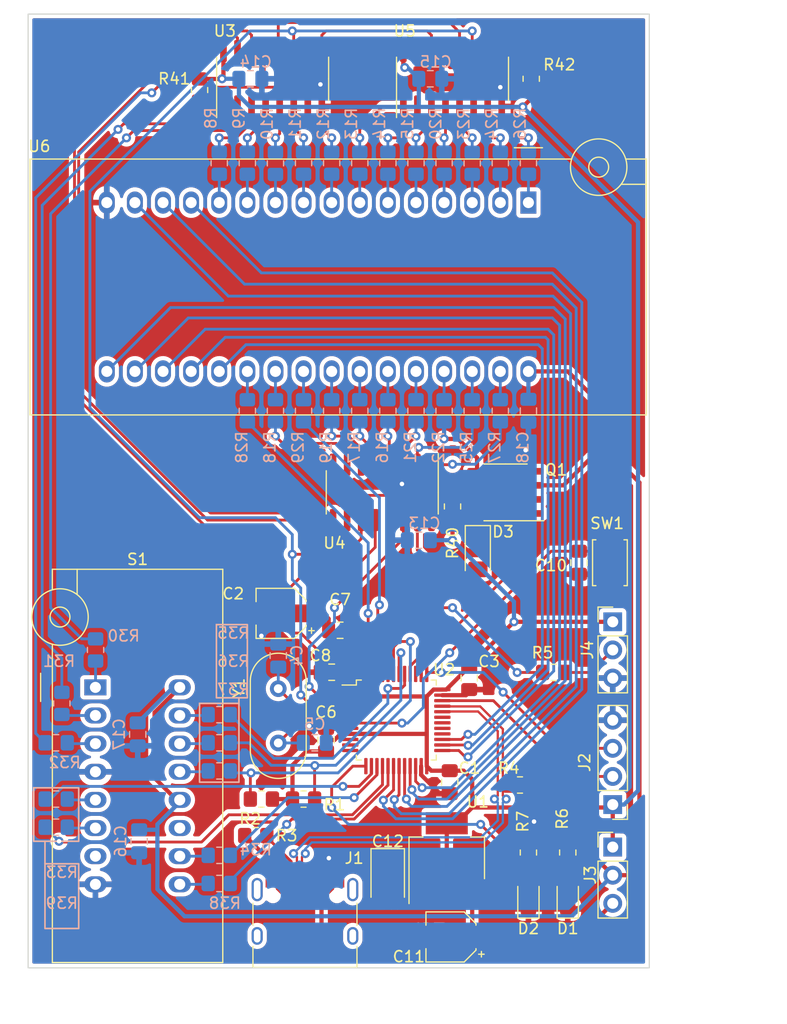
<source format=kicad_pcb>
(kicad_pcb (version 20211014) (generator pcbnew)
  (layers (0 "F.Cu" signal) (31 "B.Cu" signal) (34 "B.Paste" user) (35 "F.Paste" user) (36 "B.SilkS" user "B.Silkscreen") (37 "F.SilkS" user "F.Silkscreen") (38 "B.Mask" user) (39 "F.Mask" user) (44 "Edge.Cuts" user))
  (net 0 "")
  (net 1 "+3.3VA")
  (net 2 "GND")
  (net 3 "HSE_OUT")
  (net 4 "HSE_IN")
  (net 5 "/NRST")
  (net 6 "+5V")
  (net 7 "VBUS")
  (net 8 "Net-(D1-Pad2)")
  (net 9 "Net-(D2-Pad2)")
  (net 10 "A14+VCC_28")
  (net 11 "A14")
  (net 12 "Net-(J1-PadA5)")
  (net 13 "USB_D+")
  (net 14 "USB_D-")
  (net 18 "SWDIO")
  (net 19 "SWCLK")
  (net 20 "SZE")
  (net 21 "SCL")
  (net 22 "SDA")
  (net 23 "/BOOT0")
  (net 24 "LED")
  (net 25 "A0")
  (net 26 "Net-(R8-Pad2)")
  (net 27 "A1")
  (net 28 "Net-(R9-Pad2)")
  (net 29 "A2")
  (net 30 "Net-(R10-Pad2)")
  (net 31 "A3")
  (net 32 "Net-(R11-Pad2)")
  (net 33 "A4")
  (net 34 "Net-(R12-Pad2)")
  (net 35 "A5")
  (net 36 "Net-(R13-Pad2)")
  (net 37 "A6")
  (net 38 "Net-(R14-Pad2)")
  (net 39 "A7")
  (net 40 "Net-(R15-Pad2)")
  (net 41 "A8")
  (net 42 "Net-(R16-Pad2)")
  (net 43 "A9")
  (net 44 "Net-(R17-Pad2)")
  (net 45 "A10")
  (net 46 "Net-(R18-Pad2)")
  (net 47 "A11")
  (net 48 "Net-(R19-Pad2)")
  (net 49 "A12")
  (net 50 "Net-(R20-Pad2)")
  (net 51 "A13+NWE")
  (net 52 "Net-(R21-Pad2)")
  (net 53 "Net-(R22-Pad2)")
  (net 54 "A15")
  (net 55 "Net-(R23-Pad2)")
  (net 56 "A16")
  (net 57 "Net-(R24-Pad2)")
  (net 58 "A17")
  (net 59 "Net-(R25-Pad2)")
  (net 60 "A18")
  (net 61 "Net-(R26-Pad2)")
  (net 62 "A19")
  (net 63 "Net-(R27-Pad2)")
  (net 64 "NCE")
  (net 65 "Net-(R28-Pad2)")
  (net 66 "NOE")
  (net 67 "Net-(R29-Pad2)")
  (net 68 "I2C_A0")
  (net 69 "Net-(R30-Pad2)")
  (net 70 "I2C_A1")
  (net 71 "Net-(R31-Pad2)")
  (net 72 "I2C_A2")
  (net 73 "Net-(R32-Pad2)")
  (net 74 "NSS")
  (net 75 "Net-(R33-Pad2)")
  (net 76 "SCK")
  (net 77 "Net-(R34-Pad2)")
  (net 78 "Net-(R35-Pad1)")
  (net 79 "WP")
  (net 80 "Net-(R36-Pad1)")
  (net 81 "Net-(R37-Pad1)")
  (net 82 "Net-(R38-Pad1)")
  (net 83 "MOSI")
  (net 84 "Net-(R39-Pad1)")
  (net 85 "MISO")
  (net 88 "ADATA")
  (net 89 "ACLK")
  (net 93 "/D0")
  (net 94 "/D1")
  (net 95 "/D2")
  (net 96 "/D3")
  (net 97 "/D4")
  (net 98 "/D5")
  (net 99 "/D6")
  (net 100 "/D7")
  (net 107 "Net-(J4-Pad2)")
  (net 108 "SO1")
  (net 109 "SO2")
  (net 110 "ACT")
  (net 111 "Net-(R40-Pad2)")
  (net 112 "Net-(R41-Pad2)")
  (net 113 "Net-(R42-Pad2)")
  (net 114 "AST")
  (footprint "Resistor_SMD:R_0805_2012Metric_Pad1.20x1.40mm_HandSolder" (layer "F.Cu") (at 213.106 126.238 180)
    (fp_text reference "R4")
    (fp_text value "1k5")
  )
  (footprint "Resistor_SMD:R_0805_2012Metric_Pad1.20x1.40mm_HandSolder" (layer "F.Cu") (at 207.01 101.092 90)
    (fp_text reference "R40")
    (fp_text value "10k")
  )
  (footprint "Capacitor_SMD:C_0805_2012Metric_Pad1.18x1.45mm_HandSolder" (layer "F.Cu") (at 196.85 112.268)
    (fp_text reference "C7")
    (fp_text value "100n")
  )
  (footprint "Resistor_SMD:R_0805_2012Metric_Pad1.20x1.40mm_HandSolder" (layer "F.Cu") (at 184.15 63.5 -90)
    (fp_text reference "R41")
    (fp_text value "10k")
  )
  (footprint "Capacitor_SMD:C_0805_2012Metric_Pad1.18x1.45mm_HandSolder" (layer "F.Cu") (at 218.44 106.172 90)
    (fp_text reference "C10")
    (fp_text value "100n")
  )
  (footprint "Diode_SMD:D_1206_3216Metric_Pad1.42x1.75mm_HandSolder" (layer "F.Cu") (at 209.296 105.283 -90)
    (fp_text reference "D3")
    (fp_text value "SS34")
  )
  (footprint "Resistor_SMD:R_0805_2012Metric_Pad1.20x1.40mm_HandSolder" (layer "F.Cu") (at 193.548 127.508 180)
    (fp_text reference "R1")
    (fp_text value "33k")
  )
  (footprint "Capacitor_SMD:C_0805_2012Metric_Pad1.18x1.45mm_HandSolder" (layer "F.Cu") (at 208.519 116.586 -90)
    (fp_text reference "C3")
    (fp_text value "100n")
  )
  (footprint "Resistor_SMD:R_0805_2012Metric_Pad1.20x1.40mm_HandSolder" (layer "F.Cu") (at 213.868 132.334 -90)
    (fp_text reference "R7")
    (fp_text value "470")
  )
  (footprint "Crystal:Crystal_HC18-U_Vertical" (layer "F.Cu") (at 191.262 117.5435 -90)
    (fp_text reference "Y1")
    (fp_text value "12M")
  )
  (footprint "Connector_USB:USB_C_Receptacle_HRO_TYPE-C-31-M-12" (layer "F.Cu") (at 193.675 138.811)
    (fp_text reference "J1")
    (fp_text value "USB_C_USB2.0")
  )
  (footprint "Capacitor_Tantalum_SMD:CP_EIA-3528-12_Kemet-T_Pad1.50x2.35mm_HandSolder" (layer "F.Cu") (at 201.154 134.62 -90)
    (fp_text reference "C12")
    (fp_text value "22u")
  )
  (footprint "LED_SMD:LED_0805_2012Metric_Pad1.15x1.40mm_HandSolder" (layer "F.Cu") (at 213.868 136.398 90)
    (fp_text reference "D2")
    (fp_text value "LED")
  )
  (footprint "Resistor_SMD:R_0805_2012Metric_Pad1.20x1.40mm_HandSolder" (layer "F.Cu") (at 214.122 62.484 90)
    (fp_text reference "R42")
    (fp_text value "10k")
  )
  (footprint "Package_SO:SOP-16_3.9x9.9mm_P1.27mm" (layer "F.Cu") (at 190.754 62.484 90)
    (fp_text reference "U3")
    (fp_text value "74HC595")
  )
  (footprint "Package_SO:SO-8_3.9x4.9mm_P1.27mm" (layer "F.Cu") (at 211.801 99.822 180)
    (fp_text reference "Q1")
    (fp_text value "SI4800")
  )
  (footprint "Package_QFP:LQFP-48_7x7mm_P0.5mm" (layer "F.Cu") (at 201.93 120.3745)
    (fp_text reference "U2")
    (fp_text value "STM32F103C8")
  )
  (footprint "Button_Switch_SMD:SW_Push_SPST_NO_Alps_SKRK" (layer "F.Cu") (at 221.234 106.172 90)
    (fp_text reference "SW1")
    (fp_text value "RESET")
  )
  (footprint "Package_SO:SOP-16_3.9x9.9mm_P1.27mm" (layer "F.Cu") (at 200.66 99.822 -90)
    (fp_text reference "U4")
    (fp_text value "74HC595")
  )
  (footprint "Resistor_SMD:R_0805_2012Metric_Pad1.20x1.40mm_HandSolder" (layer "F.Cu") (at 189.738 127.508)
    (fp_text reference "R2")
    (fp_text value "33k")
  )
  (footprint "Capacitor_SMD:C_0805_2012Metric_Pad1.18x1.45mm_HandSolder" (layer "F.Cu") (at 196.088 116.0565 180)
    (fp_text reference "C8")
    (fp_text value "100n")
  )
  (footprint "Socket:DIP_Socket-16_W4.3_W5.08_W7.62_W10.16_W10.9_3M_216-3340-00-0602J" (layer "F.Cu") (at 174.7375 117.424)
    (fp_text reference "S1")
    (fp_text value "MEMSOCKET")
  )
  (footprint "Capacitor_SMD:C_0805_2012Metric_Pad1.18x1.45mm_HandSolder" (layer "F.Cu") (at 195.58 122.174 90)
    (fp_text reference "C6")
    (fp_text value "100n")
  )
  (footprint "Capacitor_SMD:CP_Elec_4x4.5" (layer "F.Cu") (at 206.869 139.954 180)
    (fp_text reference "C11")
    (fp_text value "1u")
  )
  (footprint "LED_SMD:LED_0805_2012Metric_Pad1.15x1.40mm_HandSolder" (layer "F.Cu") (at 217.424 136.398 90)
    (fp_text reference "D1")
    (fp_text value "VBUS OK")
  )
  (footprint "Connector_PinHeader_2.54mm:PinHeader_1x03_P2.54mm_Vertical" (layer "F.Cu") (at 221.488 131.841)
    (fp_text reference "J3")
    (fp_text value "LEVEL")
  )
  (footprint "Connector_PinHeader_2.54mm:PinHeader_1x03_P2.54mm_Vertical" (layer "F.Cu") (at 221.488 111.506)
    (fp_text reference "J4")
    (fp_text value "BOOT0")
  )
  (footprint "Resistor_SMD:R_0805_2012Metric_Pad1.20x1.40mm_HandSolder" (layer "F.Cu") (at 217.424 132.334 -90)
    (fp_text reference "R6")
    (fp_text value "470")
  )
  (footprint "Package_SO:SOP-16_3.9x9.9mm_P1.27mm" (layer "F.Cu") (at 207.01 62.484 90)
    (fp_text reference "U5")
    (fp_text value "74HC595")
  )
  (footprint "Resistor_SMD:R_0805_2012Metric_Pad1.20x1.40mm_HandSolder" (layer "F.Cu") (at 189.23 130.81)
    (fp_text reference "R3")
    (fp_text value "5k1")
  )
  (footprint "Capacitor_SMD:CP_Elec_4x4.5" (layer "F.Cu") (at 191.516 110.744 180)
    (fp_text reference "C2")
    (fp_text value "1u")
  )
  (footprint "Resistor_SMD:R_0805_2012Metric_Pad1.20x1.40mm_HandSolder" (layer "F.Cu") (at 216.154 116.078)
    (fp_text reference "R5")
    (fp_text value "10k")
  )
  (footprint "Socket:DIP_Socket-32_W11.9_W12.7_W15.24_W17.78_W18.5_3M_232-1285-00-0602J" (layer "F.Cu") (at 213.868 73.66 -90)
    (fp_text reference "U6")
    (fp_text value "SST39SF040")
  )
  (footprint "Package_TO_SOT_SMD:SOT-223-3_TabPin2" (layer "F.Cu") (at 206.488 132.842 90)
    (fp_text reference "U1")
    (fp_text value "AMS1117-3.3")
  )
  (footprint "Capacitor_SMD:C_0805_2012Metric_Pad1.18x1.45mm_HandSolder" (layer "F.Cu") (at 206.756 125.984 -90)
    (fp_text reference "C1")
    (fp_text value "100n")
  )
  (footprint "Connector_PinHeader_2.54mm:PinHeader_1x04_P2.54mm_Vertical" (layer "F.Cu") (at 221.488 128.006 180)
    (fp_text reference "J2")
    (fp_text value "SWD")
  )
  (footprint "Resistor_SMD:R_0805_2012Metric_Pad1.20x1.40mm_HandSolder" (layer "B.Cu") (at 185.928 124.968)
    (fp_text reference "R37")
    (fp_text value "10k")
  )
  (footprint "Capacitor_SMD:C_0805_2012Metric_Pad1.18x1.45mm_HandSolder" (layer "B.Cu") (at 188.7435 62.484)
    (fp_text reference "C14")
    (fp_text value "100n")
  )
  (footprint "Resistor_SMD:R_0805_2012Metric_Pad1.20x1.40mm_HandSolder" (layer "B.Cu") (at 206.248 70.104 -90)
    (fp_text reference "R20")
    (fp_text value "10k")
  )
  (footprint "Capacitor_SMD:C_0805_2012Metric_Pad1.18x1.45mm_HandSolder" (layer "B.Cu") (at 178.689 131.318 -90)
    (fp_text reference "C16")
    (fp_text value "100n")
  )
  (footprint "Resistor_SMD:R_0805_2012Metric_Pad1.20x1.40mm_HandSolder" (layer "B.Cu") (at 208.788 92.456 90)
    (fp_text reference "R25")
    (fp_text value "10k")
  )
  (footprint "Resistor_SMD:R_0805_2012Metric_Pad1.20x1.40mm_HandSolder" (layer "B.Cu") (at 185.928 122.428)
    (fp_text reference "R36")
    (fp_text value "10k")
  )
  (footprint "Resistor_SMD:R_0805_2012Metric_Pad1.20x1.40mm_HandSolder" (layer "B.Cu") (at 185.928 119.888)
    (fp_text reference "R35")
    (fp_text value "10k")
  )
  (footprint "Resistor_SMD:R_0805_2012Metric_Pad1.20x1.40mm_HandSolder" (layer "B.Cu") (at 196.088 92.456 90)
    (fp_text reference "R19")
    (fp_text value "10k")
  )
  (footprint "Capacitor_SMD:C_0805_2012Metric_Pad1.18x1.45mm_HandSolder" (layer "B.Cu") (at 194.564 122.428 180)
    (fp_text reference "C5")
    (fp_text value "22p")
  )
  (footprint "Resistor_SMD:R_0805_2012Metric_Pad1.20x1.40mm_HandSolder" (layer "B.Cu") (at 201.168 70.104 -90)
    (fp_text reference "R14")
    (fp_text value "10k")
  )
  (footprint "Resistor_SMD:R_0805_2012Metric_Pad1.20x1.40mm_HandSolder" (layer "B.Cu") (at 171.196 130.048 180)
    (fp_text reference "R39")
    (fp_text value "10k")
  )
  (footprint "Resistor_SMD:R_0805_2012Metric_Pad1.20x1.40mm_HandSolder" (layer "B.Cu") (at 198.628 70.104 -90)
    (fp_text reference "R13")
    (fp_text value "10k")
  )
  (footprint "Resistor_SMD:R_0805_2012Metric_Pad1.20x1.40mm_HandSolder" (layer "B.Cu") (at 206.248 92.456 90)
    (fp_text reference "R22")
    (fp_text value "10k")
  )
  (footprint "Resistor_SMD:R_0805_2012Metric_Pad1.20x1.40mm_HandSolder" (layer "B.Cu") (at 188.468 70.104 -90)
    (fp_text reference "R9")
    (fp_text value "10k")
  )
  (footprint "Resistor_SMD:R_0805_2012Metric_Pad1.20x1.40mm_HandSolder" (layer "B.Cu") (at 203.708 92.456 90)
    (fp_text reference "R21")
    (fp_text value "10k")
  )
  (footprint "Resistor_SMD:R_0805_2012Metric_Pad1.20x1.40mm_HandSolder" (layer "B.Cu") (at 196.088 70.104 -90)
    (fp_text reference "R12")
    (fp_text value "10k")
  )
  (footprint "Capacitor_SMD:C_0805_2012Metric_Pad1.18x1.45mm_HandSolder" (layer "B.Cu") (at 203.962 104.14 180)
    (fp_text reference "C13")
    (fp_text value "100n")
  )
  (footprint "Resistor_SMD:R_0805_2012Metric_Pad1.20x1.40mm_HandSolder" (layer "B.Cu") (at 188.468 92.456 90)
    (fp_text reference "R28")
    (fp_text value "10k")
  )
  (footprint "Resistor_SMD:R_0805_2012Metric_Pad1.20x1.40mm_HandSolder" (layer "B.Cu") (at 171.196 122.428)
    (fp_text reference "R32")
    (fp_text value "10k")
  )
  (footprint "Capacitor_SMD:C_0805_2012Metric_Pad1.18x1.45mm_HandSolder" (layer "B.Cu") (at 178.562 121.666 -90)
    (fp_text reference "C17")
    (fp_text value "100n")
  )
  (footprint "Resistor_SMD:R_0805_2012Metric_Pad1.20x1.40mm_HandSolder" (layer "B.Cu") (at 193.548 92.456 90)
    (fp_text reference "R29")
    (fp_text value "10k")
  )
  (footprint "Resistor_SMD:R_0805_2012Metric_Pad1.20x1.40mm_HandSolder" (layer "B.Cu") (at 203.708 70.104 -90)
    (fp_text reference "R15")
    (fp_text value "10k")
  )
  (footprint "Resistor_SMD:R_0805_2012Metric_Pad1.20x1.40mm_HandSolder" (layer "B.Cu") (at 193.548 70.104 -90)
    (fp_text reference "R11")
    (fp_text value "10k")
  )
  (footprint "Resistor_SMD:R_0805_2012Metric_Pad1.20x1.40mm_HandSolder" (layer "B.Cu") (at 191.008 70.12 -90)
    (fp_text reference "R10")
    (fp_text value "10k")
  )
  (footprint "Resistor_SMD:R_0805_2012Metric_Pad1.20x1.40mm_HandSolder" (layer "B.Cu") (at 185.928 132.588 180)
    (fp_text reference "R34")
    (fp_text value "10k")
  )
  (footprint "Resistor_SMD:R_0805_2012Metric_Pad1.20x1.40mm_HandSolder" (layer "B.Cu") (at 191.008 92.456 90)
    (fp_text reference "R18")
    (fp_text value "10k")
  )
  (footprint "Resistor_SMD:R_0805_2012Metric_Pad1.20x1.40mm_HandSolder" (layer "B.Cu") (at 211.328 92.456 90)
    (fp_text reference "R27")
    (fp_text value "10k")
  )
  (footprint "Resistor_SMD:R_0805_2012Metric_Pad1.20x1.40mm_HandSolder" (layer "B.Cu") (at 174.752 114.046 -90)
    (fp_text reference "R30")
    (fp_text value "10k")
  )
  (footprint "Capacitor_SMD:C_0805_2012Metric_Pad1.18x1.45mm_HandSolder" (layer "B.Cu") (at 204.9995 62.484)
    (fp_text reference "C15")
    (fp_text value "100n")
  )
  (footprint "Resistor_SMD:R_0805_2012Metric_Pad1.20x1.40mm_HandSolder" (layer "B.Cu") (at 185.928 70.104 -90)
    (fp_text reference "R8")
    (fp_text value "10k")
  )
  (footprint "Resistor_SMD:R_0805_2012Metric_Pad1.20x1.40mm_HandSolder" (layer "B.Cu") (at 171.704 118.872 -90)
    (fp_text reference "R31")
    (fp_text value "10k")
  )
  (footprint "Capacitor_SMD:C_0805_2012Metric_Pad1.18x1.45mm_HandSolder" (layer "B.Cu") (at 213.868 92.456 -90)
    (fp_text reference "C18")
    (fp_text value "100n")
  )
  (footprint "Resistor_SMD:R_0805_2012Metric_Pad1.20x1.40mm_HandSolder" (layer "B.Cu") (at 198.628 92.456 90)
    (fp_text reference "R17")
    (fp_text value "10k")
  )
  (footprint "Resistor_SMD:R_0805_2012Metric_Pad1.20x1.40mm_HandSolder" (layer "B.Cu") (at 208.788 70.12 -90)
    (fp_text reference "R23")
    (fp_text value "10k")
  )
  (footprint "Resistor_SMD:R_0805_2012Metric_Pad1.20x1.40mm_HandSolder" (layer "B.Cu") (at 171.196 127.508)
    (fp_text reference "R33")
    (fp_text value "10k")
  )
  (footprint "Capacitor_SMD:C_0805_2012Metric_Pad1.18x1.45mm_HandSolder" (layer "B.Cu") (at 191.262 114.554 90)
    (fp_text reference "C4")
    (fp_text value "22p")
  )
  (footprint "Resistor_SMD:R_0805_2012Metric_Pad1.20x1.40mm_HandSolder" (layer "B.Cu") (at 201.168 92.456 90)
    (fp_text reference "R16")
    (fp_text value "10k")
  )
  (footprint "Resistor_SMD:R_0805_2012Metric_Pad1.20x1.40mm_HandSolder" (layer "B.Cu") (at 213.868 70.104 -90)
    (fp_text reference "R26")
    (fp_text value "10k")
  )
  (footprint "Resistor_SMD:R_0805_2012Metric_Pad1.20x1.40mm_HandSolder" (layer "B.Cu") (at 211.328 70.104 -90)
    (fp_text reference "R24")
    (fp_text value "10k")
  )
  (footprint "Resistor_SMD:R_0805_2012Metric_Pad1.20x1.40mm_HandSolder" (layer "B.Cu") (at 185.928 135.128)
    (fp_text reference "R38")
    (fp_text value "10k")
  )
  (gr_line (start 187.706 118.872) (end 187.706 118.364) (layer "B.SilkS") (width 0.15))
  (gr_rect (start 170.18 133.35) (end 173.228 139.192) (layer "B.SilkS") (width 0.15) (fill none))
  (gr_rect (start 169.164 126.492) (end 173.228 131.318) (layer "B.SilkS") (width 0.15) (fill none))
  (gr_rect (start 185.674 111.76) (end 188.468 118.364) (layer "B.SilkS") (width 0.15) (fill none))
  (gr_rect (start 184.15 118.872) (end 187.706 125.984) (layer "B.SilkS") (width 0.15) (fill none))
  (gr_line (start 170.18 133.35) (end 170.18 131.318) (layer "B.SilkS") (width 0.15))
  (gr_rect (start 168.656 142.748) (end 224.79 56.642) (layer "Edge.Cuts") (width 0.1) (fill none))
  (segment (start 204.68 124.537) (end 204.68 121.622) (width 0.381) (layer "F.Cu") (net 1))
  (segment (start 192.548 127.508) (end 192.548 124.444) (width 0.381) (layer "F.Cu") (net 1))
  (segment (start 205.105 102.322) (end 206.78 102.322) (width 0.381) (layer "F.Cu") (net 1))
  (segment (start 195.8125 111.2305) (end 195.8125 112.268) (width 0.381) (layer "F.Cu") (net 1))
  (segment (start 197.7675 117.6245) (end 197.7675 116.6985) (width 0.381) (layer "F.Cu") (net 1))
  (segment (start 208.519 115.5485) (end 212.5615 111.506) (width 0.381) (layer "F.Cu") (net 1))
  (segment (start 204.68 121.622) (end 204.68 118.2451) (width 0.381) (layer "F.Cu") (net 1))
  (segment (start 195.326 110.744) (end 195.8125 111.2305) (width 0.381) (layer "F.Cu") (net 1))
  (segment (start 195.58 122.428) (end 195.834 122.174) (width 0.381) (layer "F.Cu") (net 1))
  (segment (start 221.224 128.27) (end 214.122 128.27) (width 0.381) (layer "F.Cu") (net 1))
  (segment (start 205.3006 117.6245) (end 206.0925 117.6245) (width 0.381) (layer "F.Cu") (net 1))
  (segment (start 195.58 123.2115) (end 195.58 122.428) (width 0.381) (layer "F.Cu") (net 1))
  (segment (start 184.15 62.5) (end 186.166 62.5) (width 0.381) (layer "F.Cu") (net 1))
  (segment (start 199.18 115.614) (end 195.834 112.268) (width 0.381) (layer "F.Cu") (net 1))
  (segment (start 206.443 117.6245) (end 208.519 115.5485) (width 0.381) (layer "F.Cu") (net 1))
  (segment (start 198.6055 117.6245) (end 198.882 117.348) (width 0.381) (layer "F.Cu") (net 1))
  (segment (start 197.7675 121.6245) (end 204.6775 121.6245) (width 0.381) (layer "F.Cu") (net 1))
  (segment (start 207.01 102.092) (end 207.01 104.14) (width 0.381) (layer "F.Cu") (net 1))
  (segment (start 190.738 127.508) (end 192.548 127.508) (width 0.381) (layer "F.Cu") (net 1))
  (segment (start 204.68 118.2451) (end 205.3006 117.6245) (width 0.381) (layer "F.Cu") (net 1))
  (segment (start 206.502 124.9465) (end 205.0895 124.9465) (width 0.381) (layer "F.Cu") (net 1))
  (segment (start 192.548 124.444) (end 193.7805 123.2115) (width 0.381) (layer "F.Cu") (net 1))
  (segment (start 199.18 117.05) (end 199.18 116.212) (width 0.381) (layer "F.Cu") (net 1))
  (segment (start 197.7675 116.6985) (end 197.1255 116.0565) (width 0.381) (layer "F.Cu") (net 1))
  (segment (start 206.488 135.992) (end 206.488 129.692) (width 0.381) (layer "F.Cu") (net 1))
  (segment (start 202.565 61.341) (end 202.692 61.468) (width 0.381) (layer "F.Cu") (net 1))
  (segment (start 198.882 117.348) (end 199.18 117.05) (width 0.381) (layer "F.Cu") (net 1))
  (segment (start 206.0925 117.6245) (end 206.443 117.6245) (width 0.381) (layer "F.Cu") (net 1))
  (segment (start 221.488 131.841) (end 221.488 128.006) (width 0.381) (layer "F.Cu") (net 1))
  (segment (start 196.8915 121.6245) (end 197.7675 121.6245) (width 0.381) (layer "F.Cu") (net 1))
  (segment (start 193.316 110.744) (end 195.326 110.744) (width 0.381) (layer "F.Cu") (net 1))
  (segment (start 204.68 118.2451) (end 199.7791 118.2451) (width 0.381) (layer "F.Cu") (net 1))
  (segment (start 212.5615 111.506) (end 221.488 111.506) (width 0.381) (layer "F.Cu") (net 1))
  (segment (start 195.834 122.174) (end 196.342 122.174) (width 0.381) (layer "F.Cu") (net 1))
  (segment (start 202.565 59.984) (end 202.565 61.341) (width 0.381) (layer "F.Cu") (net 1))
  (segment (start 205.0895 124.9465) (end 204.68 124.537) (width 0.381) (layer "F.Cu") (net 1))
  (segment (start 214.106 128.254) (end 214.122 128.27) (width 0.381) (layer "F.Cu") (net 1))
  (segment (start 214.122 64.262) (end 213.36 65.024) (width 0.381) (layer "F.Cu") (net 1))
  (segment (start 206.502 124.9465) (end 208.0045 124.9465) (width 0.381) (layer "F.Cu") (net 1))
  (segment (start 197.7675 117.6245) (end 198.6055 117.6245) (width 0.381) (layer "F.Cu") (net 1))
  (segment (start 196.342 122.174) (end 196.8915 121.6245) (width 0.381) (layer "F.Cu") (net 1))
  (segment (start 204.6775 121.6245) (end 204.68 121.622) (width 0.381) (layer "F.Cu") (net 1))
  (segment (start 214.122 128.27) (end 208.788 128.27) (width 0.381) (layer "F.Cu") (net 1))
  (segment (start 199.7791 118.2451) (end 198.882 117.348) (width 0.381) (layer "F.Cu") (net 1))
  (segment (start 214.122 63.484) (end 214.122 64.262) (width 0.381) (layer "F.Cu") (net 1))
  (segment (start 186.166 62.5) (end 186.182 62.484) (width 0.381) (layer "F.Cu") (net 1))
  (segment (start 208.788 125.73) (end 208.788 128.27) (width 0.381) (layer "F.Cu") (net 1))
  (segment (start 214.106 126.238) (end 214.106 128.254) (width 0.381) (layer "F.Cu") (net 1))
  (segment (start 208.788 128.27) (end 207.366 129.692) (width 0.381) (layer "F.Cu") (net 1))
  (segment (start 201.154 132.995) (end 206.462 132.995) (width 0.381) (layer "F.Cu") (net 1))
  (segment (start 193.7805 123.2115) (end 195.58 123.2115) (width 0.381) (layer "F.Cu") (net 1))
  (segment (start 186.309 62.357) (end 186.182 62.484) (width 0.381) (layer "F.Cu") (net 1))
  (segment (start 186.309 59.984) (end 186.309 62.357) (width 0.381) (layer "F.Cu") (net 1))
  (segment (start 199.18 116.212) (end 199.18 115.614) (width 0.381) (layer "F.Cu") (net 1))
  (segment (start 208.0045 124.9465) (end 208.788 125.73) (width 0.381) (layer "F.Cu") (net 1))
  (via (at 213.36 65.024) (size 0.8128) (drill 0.4064) (layers "F.Cu" "B.Cu") (net 1))
  (via (at 202.692 61.468) (size 0.8128) (drill 0.4064) (layers "F.Cu" "B.Cu") (net 1))
  (via (at 207.01 104.14) (size 0.8128) (drill 0.4064) (layers "F.Cu" "B.Cu") (net 1))
  (via (at 186.182 62.484) (size 0.8128) (drill 0.4064) (layers "F.Cu" "B.Cu") (net 1))
  (via (at 212.5615 111.506) (size 0.8128) (drill 0.4064) (layers "F.Cu" "B.Cu") (net 1))
  (segment (start 188.722 65.024) (end 187.706 64.008) (width 0.381) (layer "B.Cu") (net 1))
  (segment (start 221.488 128.006) (end 222.514 128.006) (width 0.381) (layer "B.Cu") (net 1))
  (segment (start 202.692 61.468) (end 202.946 61.468) (width 0.381) (layer "B.Cu") (net 1))
  (segment (start 202.946 61.468) (end 203.962 62.484) (width 0.381) (layer "B.Cu") (net 1))
  (segment (start 204.9995 104.14) (end 207.01 104.14) (width 0.381) (layer "B.Cu") (net 1))
  (segment (start 203.962 62.484) (end 203.962 65.024) (width 0.381) (layer "B.Cu") (net 1))
  (segment (start 203.962 65.024) (end 188.722 65.024) (width 0.381) (layer "B.Cu") (net 1))
  (segment (start 187.706 64.008) (end 187.706 62.484) (width 0.381) (layer "B.Cu") (net 1))
  (segment (start 223.774 126.746) (end 223.774 75.438) (width 0.381) (layer "B.Cu") (net 1))
  (segment (start 187.706 62.484) (end 186.182 62.484) (width 0.381) (layer "B.Cu") (net 1))
  (segment (start 222.514 128.006) (end 223.774 126.746) (width 0.381) (layer "B.Cu") (net 1))
  (segment (start 223.774 75.438) (end 213.36 65.024) (width 0.381) (layer "B.Cu") (net 1))
  (segment (start 213.36 65.024) (end 203.962 65.024) (width 0.381) (layer "B.Cu") (net 1))
  (segment (start 212.5615 109.6915) (end 212.5615 111.506) (width 0.381) (layer "B.Cu") (net 1))
  (segment (start 207.01 104.14) (end 212.5615 109.6915) (width 0.381) (layer "B.Cu") (net 1))
  (segment (start 206.502 127.0215) (end 205.8726 127.0215) (width 0.381) (layer "F.Cu") (net 2))
  (segment (start 208.519 117.841) (end 208.22798 118.13202) (width 0.381) (layer "F.Cu") (net 2))
  (segment (start 199.68752 115.403778) (end 199.68752 116.212) (width 0.381) (layer "F.Cu") (net 2))
  (segment (start 205.8726 127.0215) (end 204.17248 125.32138) (width 0.381) (layer "F.Cu") (net 2))
  (segment (start 204.188 139.073) (end 205.069 139.954) (width 0.381) (layer "F.Cu") (net 2))
  (segment (start 204.17248 125.32138) (end 204.17248 124.537) (width 0.381) (layer "F.Cu") (net 2))
  (segment (start 197.8875 113.603758) (end 199.68752 115.403778) (width 0.381) (layer "F.Cu") (net 2))
  (segment (start 208.22798 118.13202) (end 206.0925 118.13202) (width 0.381) (layer "F.Cu") (net 2))
  (segment (start 197.8875 112.268) (end 197.8875 113.603758) (width 0.381) (layer "F.Cu") (net 2))
  (segment (start 204.188 135.992) (end 204.188 139.073) (width 0.381) (layer "F.Cu") (net 2))
  (segment (start 195.59952 121.11698) (end 197.7675 121.11698) (width 0.381) (layer "F.Cu") (net 2))
  (via (at 214.376 129.54) (size 0.8128) (drill 0.4064) (layers "F.Cu" "B.Cu") (net 2))
  (via (at 194.056 120.904) (size 0.8128) (drill 0.4064) (layers "F.Cu" "B.Cu") (net 2))
  (via (at 213.614 96.012) (size 0.8128) (drill 0.4064) (layers "F.Cu" "B.Cu") (net 2))
  (via (at 195.072 62.992) (size 0.8128) (drill 0.4064) (layers "F.Cu" "B.Cu") (net 2))
  (via (at 211.328 63.246) (size 0.8128) (drill 0.4064) (layers "F.Cu" "B.Cu") (net 2))
  (via (at 195.834 132.842) (size 0.8128) (drill 0.4064) (layers "F.Cu" "B.Cu") (net 2))
  (via (at 189.738 112.776) (size 0.8128) (drill 0.4064) (layers "F.Cu" "B.Cu") (net 2))
  (via (at 202.438 99.06) (size 0.8128) (drill 0.4064) (layers "F.Cu" "B.Cu") (net 2))
  (segment (start 193.343 119.6245) (end 191.262 117.5435) (width 0.254) (layer "F.Cu") (net 3))
  (segment (start 197.7675 119.6245) (end 193.343 119.6245) (width 0.254) (layer "F.Cu") (net 3))
  (segment (start 191.262 117.5435) (end 191.262 115.5915) (width 0.254) (layer "B.Cu") (net 3))
  (segment (start 197.7675 120.1245) (end 193.581 120.1245) (width 0.254) (layer "F.Cu") (net 4))
  (segment (start 193.581 120.1245) (end 191.262 122.4435) (width 0.254) (layer "F.Cu") (net 4))
  (segment (start 191.262 122.4435) (end 193.3625 122.4435) (width 0.254) (layer "B.Cu") (net 4))
  (segment (start 202.438 120.65) (end 197.793 120.65) (width 0.254) (layer "F.Cu") (net 5))
  (segment (start 218.44 105.1345) (end 220.4255 105.1345) (width 0.254) (layer "F.Cu") (net 5))
  (segment (start 218.44 105.1345) (end 215.9215 105.1345) (width 0.254) (layer "F.Cu") (net 5))
  (segment (start 220.4255 105.1345) (end 221.488 104.072) (width 0.254) (layer "F.Cu") (net 5))
  (segment (start 215.9215 105.1345) (end 206.756 114.3) (width 0.254) (layer "F.Cu") (net 5))
  (via (at 202.438 120.65) (size 0.8128) (drill 0.4064) (layers "F.Cu" "B.Cu") (net 5))
  (via (at 206.756 114.3) (size 0.8128) (drill 0.4064) (layers "F.Cu" "B.Cu") (net 5))
  (segment (start 204.367911 119.241845) (end 202.959756 120.65) (width 0.254) (layer "B.Cu") (net 5))
  (segment (start 206.756 114.3) (end 204.367911 116.688089) (width 0.254) (layer "B.Cu") (net 5))
  (segment (start 204.367911 116.688089) (end 204.367911 119.241845) (width 0.254) (layer "B.Cu") (net 5))
  (segment (start 202.959756 120.65) (end 202.438 120.65) (width 0.254) (layer "B.Cu") (net 5))
  (segment (start 208.788 139.835) (end 208.788 135.992) (width 0.381) (layer "F.Cu") (net 6))
  (segment (start 189.754 132.334) (end 190.5 132.334) (width 0.381) (layer "F.Cu") (net 6))
  (segment (start 191.225 134.766) (end 191.225 133.059) (width 0.381) (layer "F.Cu") (net 6))
  (segment (start 190.5 132.334) (end 191.225 133.059) (width 0.381) (layer "F.Cu") (net 6))
  (segment (start 191.225 134.766) (end 191.225 135.563439) (width 0.381) (layer "F.Cu") (net 6))
  (segment (start 195.170188 139.671188) (end 195.170188 136.518251) (width 0.381) (layer "F.Cu") (net 6))
  (segment (start 196.125 135.563439) (end 196.125 134.766) (width 0.381) (layer "F.Cu") (net 6))
  (segment (start 208.302 139.954) (end 206.651 141.605) (width 0.381) (layer "F.Cu") (net 6))
  (segment (start 218.455 139.954) (end 221.488 136.921) (width 0.381) (layer "F.Cu") (net 6))
  (segment (start 197.104 141.605) (end 195.170188 139.671188) (width 0.381) (layer "F.Cu") (net 6))
  (segment (start 191.225 135.563439) (end 192.179812 136.518251) (width 0.381) (layer "F.Cu") (net 6))
  (segment (start 206.651 141.605) (end 197.104 141.605) (width 0.381) (layer "F.Cu") (net 6))
  (segment (start 195.170188 136.518251) (end 196.125 135.563439) (width 0.381) (layer "F.Cu") (net 6))
  (segment (start 188.23 130.81) (end 189.754 132.334) (width 0.381) (layer "F.Cu") (net 6))
  (segment (start 208.302 139.954) (end 218.455 139.954) (width 0.381) (layer "F.Cu") (net 6))
  (segment (start 192.179812 136.518251) (end 195.170188 136.518251) (width 0.381) (layer "F.Cu") (net 6))
  (segment (start 217.424 131.334) (end 218.441 131.334) (width 0.381) (layer "F.Cu") (net 7))
  (segment (start 214.376 99.187) (end 217.043 99.187) (width 0.381) (layer "F.Cu") (net 7))
  (segment (start 220.599 95.631) (end 223.901 98.933) (width 0.381) (layer "F.Cu") (net 7))
  (segment (start 214.376 101.727) (end 214.376 99.187) (width 0.381) (layer "F.Cu") (net 7))
  (segment (start 180.086 119.6955) (end 182.3575 117.424) (width 0.381) (layer "F.Cu") (net 7))
  (segment (start 218.441 131.334) (end 221.488 134.381) (width 0.381) (layer "F.Cu") (net 7))
  (segment (start 217.424 88.9) (end 220.599 92.075) (width 0.381) (layer "F.Cu") (net 7))
  (segment (start 220.599 92.075) (end 220.599 95.631) (width 0.381) (layer "F.Cu") (net 7))
  (segment (start 223.901 133.477) (end 222.997 134.381) (width 0.381) (layer "F.Cu") (net 7))
  (segment (start 217.043 99.187) (end 220.599 95.631) (width 0.381) (layer "F.Cu") (net 7))
  (segment (start 222.997 134.381) (end 221.488 134.381) (width 0.381) (layer "F.Cu") (net 7))
  (segment (start 180.086 125.603) (end 180.086 119.6955) (width 0.381) (layer "F.Cu") (net 7))
  (segment (start 223.901 98.933) (end 223.901 133.477) (width 0.381) (layer "F.Cu") (net 7))
  (segment (start 213.868 88.9) (end 217.424 88.9) (width 0.381) (layer "F.Cu") (net 7))
  (segment (start 182.067 127.584) (end 180.086 125.603) (width 0.381) (layer "F.Cu") (net 7))
  (segment (start 178.689 130.2805) (end 180.3185 130.2805) (width 0.381) (layer "B.Cu") (net 7))
  (segment (start 180.34 135.636) (end 182.792011 138.088011) (width 0.381) (layer "B.Cu") (net 7))
  (segment (start 180.34 129.794) (end 180.34 130.302) (width 0.381) (layer "B.Cu") (net 7))
  (segment (start 213.868 91.4185) (end 213.868 88.9) (width 0.381) (layer "B.Cu") (net 7))
  (segment (start 180.34 130.302) (end 180.34 135.636) (width 0.381) (layer "B.Cu") (net 7))
  (segment (start 182.792011 138.088011) (end 217.780989 138.088011) (width 0.381) (layer "B.Cu") (net 7))
  (segment (start 217.780989 138.088011) (end 221.488 134.381) (width 0.381) (layer "B.Cu") (net 7))
  (segment (start 180.3185 130.2805) (end 180.34 130.302) (width 0.381) (layer "B.Cu") (net 7))
  (segment (start 181.7665 117.424) (end 178.562 120.6285) (width 0.381) (layer "B.Cu") (net 7))
  (segment (start 182.3575 127.7765) (end 180.34 129.794) (width 0.381) (layer "B.Cu") (net 7))
  (segment (start 217.424 135.373) (end 217.424 133.334) (width 0.254) (layer "F.Cu") (net 8))
  (segment (start 213.868 135.373) (end 213.868 133.334) (width 0.254) (layer "F.Cu") (net 9))
  (segment (start 209.296 103.7955) (end 209.296 97.987) (width 0.381) (layer "F.Cu") (net 10))
  (segment (start 207.518 94.996) (end 206.248 94.996) (width 0.381) (layer "F.Cu") (net 10))
  (segment (start 209.226 97.917) (end 209.226 96.704) (width 0.381) (layer "F.Cu") (net 10))
  (segment (start 209.226 96.704) (end 207.518 94.996) (width 0.381) (layer "F.Cu") (net 10))
  (via (at 206.248 94.996) (size 0.8128) (drill 0.4064) (layers "F.Cu" "B.Cu") (net 10))
  (segment (start 206.248 94.996) (end 206.248 93.456) (width 0.381) (layer "B.Cu") (net 10))
  (segment (start 205.5765 106.7705) (end 209.296 106.7705) (width 0.254) (layer "F.Cu") (net 11))
  (segment (start 203.835 105.029) (end 205.5765 106.7705) (width 0.254) (layer "F.Cu") (net 11))
  (segment (start 203.835 102.322) (end 203.835 105.029) (width 0.254) (layer "F.Cu") (net 11))
  (segment (start 192.425 134.766) (end 192.425 133.14363) (width 0.254) (layer "F.Cu") (net 12))
  (segment (start 192.425 134.766) (end 192.425 135.745) (width 0.254) (layer "F.Cu") (net 12))
  (segment (start 192.425 135.745) (end 192.754231 136.074231) (width 0.254) (layer "F.Cu") (net 12))
  (segment (start 194.887769 136.074231) (end 195.425 135.537) (width 0.254) (layer "F.Cu") (net 12))
  (segment (start 192.754231 136.074231) (end 194.887769 136.074231) (width 0.254) (layer "F.Cu") (net 12))
  (segment (start 192.425 133.14363) (end 190.23 130.94863) (width 0.254) (layer "F.Cu") (net 12))
  (segment (start 195.425 135.537) (end 195.425 134.766) (width 0.254) (layer "F.Cu") (net 12))
  (segment (start 193.425 133.678499) (end 193.4036 133.657099) (width 0.2032) (layer "F.Cu") (net 13))
  (segment (start 193.403601 132.731773) (end 193.7084 132.426974) (width 0.2032) (layer "F.Cu") (net 13))
  (segment (start 193.5318 133.731) (end 194.3182 133.731) (width 0.2032) (layer "F.Cu") (net 13))
  (segment (start 194.3182 133.731) (end 194.425 133.8378) (width 0.2032) (layer "F.Cu") (net 13))
  (segment (start 193.425 134.766) (end 193.425 133.678499) (width 0.2032) (layer "F.Cu") (net 13))
  (segment (start 211.8614 127.508) (end 211.556601 127.203201) (width 0.2032) (layer "F.Cu") (net 13))
  (segment (start 209.512189 119.145899) (end 206.113899 119.145899) (width 0.2032) (layer "F.Cu") (net 13))
  (segment (start 211.556601 127.203201) (end 211.556601 121.190311) (width 0.2032) (layer "F.Cu") (net 13))
  (segment (start 211.556601 121.190311) (end 209.512189 119.145899) (width 0.2032) (layer "F.Cu") (net 13))
  (segment (start 193.4036 133.657099) (end 193.403601 132.731773) (width 0.2032) (layer "F.Cu") (net 13))
  (segment (start 194.425 133.8378) (end 194.425 134.766) (width 0.2032) (layer "F.Cu") (net 13))
  (via (at 193.7084 132.426974) (size 0.8128) (drill 0.4064) (layers "F.Cu" "B.Cu") (net 13))
  (via (at 211.8614 127.508) (size 0.8128) (drill 0.4064) (layers "F.Cu" "B.Cu") (net 13))
  (segment (start 209.77169 131.4196) (end 211.556601 129.634689) (width 0.2032) (layer "B.Cu") (net 13))
  (segment (start 194.295553 131.4196) (end 209.77169 131.4196) (width 0.2032) (layer "B.Cu") (net 13))
  (segment (start 211.556601 127.812799) (end 211.8614 127.508) (width 0.2032) (layer "B.Cu") (net 13))
  (segment (start 193.7084 132.426974) (end 193.7084 132.006753) (width 0.2032) (layer "B.Cu") (net 13))
  (segment (start 211.556601 129.634689) (end 211.556601 127.812799) (width 0.2032) (layer "B.Cu") (net 13))
  (segment (start 193.7084 132.006753) (end 194.295553 131.4196) (width 0.2032) (layer "B.Cu") (net 13))
  (segment (start 192.946399 132.731773) (end 192.6416 132.426974) (width 0.2032) (layer "F.Cu") (net 14))
  (segment (start 192.925 133.678499) (end 192.9464 133.657099) (width 0.2032) (layer "F.Cu") (net 14))
  (segment (start 193.803111 135.719111) (end 193.046889 135.719111) (width 0.2032) (layer "F.Cu") (net 14))
  (segment (start 211.099399 127.203201) (end 211.099399 121.379689) (width 0.2032) (layer "F.Cu") (net 14))
  (segment (start 211.099399 121.379689) (end 209.322811 119.603101) (width 0.2032) (layer "F.Cu") (net 14))
  (segment (start 193.925 134.766) (end 193.925 135.597222) (width 0.2032) (layer "F.Cu") (net 14))
  (segment (start 192.9464 133.657099) (end 192.946399 132.731773) (width 0.2032) (layer "F.Cu") (net 14))
  (segment (start 209.322811 119.603101) (end 206.113899 119.603101) (width 0.2032) (layer "F.Cu") (net 14))
  (segment (start 210.7946 127.508) (end 211.099399 127.203201) (width 0.2032) (layer "F.Cu") (net 14))
  (segment (start 192.925 135.597222) (end 192.925 134.766) (width 0.2032) (layer "F.Cu") (net 14))
  (segment (start 193.925 135.597222) (end 193.803111 135.719111) (width 0.2032) (layer "F.Cu") (net 14))
  (segment (start 192.925 134.766) (end 192.925 133.678499) (width 0.2032) (layer "F.Cu") (net 14))
  (segment (start 193.046889 135.719111) (end 192.925 135.597222) (width 0.2032) (layer "F.Cu") (net 14))
  (via (at 192.6416 132.426974) (size 0.8128) (drill 0.4064) (layers "F.Cu" "B.Cu") (net 14))
  (via (at 210.7946 127.508) (size 0.8128) (drill 0.4064) (layers "F.Cu" "B.Cu") (net 14))
  (segment (start 211.099399 127.812799) (end 210.7946 127.508) (width 0.2032) (layer "B.Cu") (net 14))
  (segment (start 194.106174 130.9624) (end 209.58231 130.9624) (width 0.2032) (layer "B.Cu") (net 14))
  (segment (start 209.58231 130.9624) (end 211.099399 129.445311) (width 0.2032) (layer "B.Cu") (net 14))
  (segment (start 192.6416 132.426974) (end 194.106174 130.9624) (width 0.2032) (layer "B.Cu") (net 14))
  (segment (start 211.099399 129.445311) (end 211.099399 127.812799) (width 0.2032) (layer "B.Cu") (net 14))
  (segment (start 210.6995 118.6245) (end 217.551 125.476) (width 0.254) (layer "F.Cu") (net 18))
  (segment (start 217.561 125.466) (end 221.488 125.466) (width 0.254) (layer "F.Cu") (net 18))
  (segment (start 206.0925 118.6245) (end 210.6995 118.6245) (width 0.254) (layer "F.Cu") (net 18))
  (segment (start 217.551 125.476) (end 217.561 125.466) (width 0.254) (layer "F.Cu") (net 18))
  (segment (start 205.994 116.078) (end 204.814 116.078) (width 0.254) (layer "F.Cu") (net 19))
  (segment (start 204.814 116.078) (end 204.68 116.212) (width 0.254) (layer "F.Cu") (net 19))
  (segment (start 211.582 117.856) (end 216.652 122.926) (width 0.254) (layer "F.Cu") (net 19))
  (segment (start 221.488 122.926) (end 216.652 122.926) (width 0.254) (layer "F.Cu") (net 19))
  (via (at 211.582 117.856) (size 0.8128) (drill 0.4064) (layers "F.Cu" "B.Cu") (net 19))
  (via (at 205.994 116.078) (size 0.8128) (drill 0.4064) (layers "F.Cu" "B.Cu") (net 19))
  (segment (start 209.804 116.078) (end 205.994 116.078) (width 0.254) (layer "B.Cu") (net 19))
  (segment (start 211.582 117.856) (end 209.804 116.078) (width 0.254) (layer "B.Cu") (net 19))
  (segment (start 214.376 97.917) (end 213.233 97.917) (width 0.254) (layer "F.Cu") (net 20))
  (segment (start 204.008903 114.681) (end 203.18 115.509903) (width 0.254) (layer "F.Cu") (net 20))
  (segment (start 204.597 114.681) (end 211.709 107.569) (width 0.254) (layer "F.Cu") (net 20))
  (segment (start 203.18 115.509903) (end 203.18 116.212) (width 0.254) (layer "F.Cu") (net 20))
  (segment (start 213.233 97.917) (end 211.709 99.441) (width 0.254) (layer "F.Cu") (net 20))
  (segment (start 211.709 99.441) (end 211.709 107.569) (width 0.254) (layer "F.Cu") (net 20))
  (segment (start 204.008903 114.681) (end 204.597 114.681) (width 0.254) (layer "F.Cu") (net 20))
  (segment (start 194.548 124.5009) (end 194.564 124.4849) (width 0.254) (layer "F.Cu") (net 21))
  (segment (start 202.3399 114.3) (end 202.18 114.4599) (width 0.254) (layer "F.Cu") (net 21))
  (segment (start 202.18 114.4599) (end 202.18 116.212) (width 0.254) (layer "F.Cu") (net 21))
  (segment (start 194.548 127.508) (end 194.548 124.5009) (width 0.254) (layer "F.Cu") (net 21))
  (via (at 194.564 124.4849) (size 0.8128) (drill 0.4064) (layers "F.Cu" "B.Cu") (net 21))
  (via (at 202.3399 114.3) (size 0.8128) (drill 0.4064) (layers "F.Cu" "B.Cu") (net 21))
  (segment (start 188.595 122.428) (end 190.627 124.46) (width 0.254) (layer "B.Cu") (net 21))
  (segment (start 196.469 124.46) (end 202.3399 118.5891) (width 0.254) (layer "B.Cu") (net 21))
  (segment (start 190.627 124.46) (end 196.469 124.46) (width 0.254) (layer "B.Cu") (net 21))
  (segment (start 186.928 122.428) (end 188.595 122.428) (width 0.254) (layer "B.Cu") (net 21))
  (segment (start 202.3399 118.5891) (end 202.3399 114.3) (width 0.254) (layer "B.Cu") (net 21))
  (segment (start 201.68 116.212) (end 201.68 113.788) (width 0.254) (layer "F.Cu") (net 22))
  (segment (start 188.738 127.508) (end 188.738 125.206) (width 0.254) (layer "F.Cu") (net 22))
  (segment (start 188.738 125.206) (end 188.799189 125.144811) (width 0.254) (layer "F.Cu") (net 22))
  (segment (start 201.68 113.788) (end 202.184 113.284) (width 0.254) (layer "F.Cu") (net 22))
  (segment (start 202.184 113.284) (end 202.946 113.284) (width 0.254) (layer "F.Cu") (net 22))
  (segment (start 202.946 113.284) (end 203.2 113.284) (width 0.254) (layer "F.Cu") (net 22))
  (via (at 188.799189 125.144811) (size 0.8128) (drill 0.4064) (layers "F.Cu" "B.Cu") (net 22))
  (via (at 203.2 113.284) (size 0.8128) (drill 0.4064) (layers "F.Cu" "B.Cu") (net 22))
  (segment (start 187.104811 125.144811) (end 186.928 124.968) (width 0.254) (layer "B.Cu") (net 22))
  (segment (start 203.2 118.618) (end 196.673189 125.144811) (width 0.254) (layer "B.Cu") (net 22))
  (segment (start 188.799189 125.144811) (end 187.104811 125.144811) (width 0.254) (layer "B.Cu") (net 22))
  (segment (start 196.673189 125.144811) (end 188.799189 125.144811) (width 0.254) (layer "B.Cu") (net 22))
  (segment (start 203.2 113.284) (end 203.2 118.618) (width 0.254) (layer "B.Cu") (net 22))
  (segment (start 201.18 112.026) (end 201.168 112.014) (width 0.254) (layer "F.Cu") (net 23))
  (segment (start 201.168 112.014) (end 202.946 110.236) (width 0.254) (layer "F.Cu") (net 23))
  (segment (start 201.18 116.212) (end 201.18 112.026) (width 0.254) (layer "F.Cu") (net 23))
  (segment (start 212.852 116.078) (end 215.154 116.078) (width 0.254) (layer "F.Cu") (net 23))
  (segment (start 202.946 110.236) (end 207.01 110.236) (width 0.254) (layer "F.Cu") (net 23))
  (via (at 207.01 110.236) (size 0.8128) (drill 0.4064) (layers "F.Cu" "B.Cu") (net 23))
  (via (at 212.852 116.078) (size 0.8128) (drill 0.4064) (layers "F.Cu" "B.Cu") (net 23))
  (segment (start 207.01 110.236) (end 212.852 116.078) (width 0.254) (layer "B.Cu") (net 23))
  (segment (start 196.088 126.447744) (end 196.088 128.27) (width 0.254) (layer "F.Cu") (net 24))
  (segment (start 199.18 124.537) (end 197.998744 124.537) (width 0.254) (layer "F.Cu") (net 24))
  (segment (start 197.998744 124.537) (end 196.088 126.447744) (width 0.254) (layer "F.Cu") (net 24))
  (segment (start 211.09 131.334) (end 213.868 131.334) (width 0.254) (layer "F.Cu") (net 24))
  (segment (start 209.55 129.794) (end 211.09 131.334) (width 0.254) (layer "F.Cu") (net 24))
  (via (at 209.55 129.794) (size 0.8128) (drill 0.4064) (layers "F.Cu" "B.Cu") (net 24))
  (via (at 196.088 128.27) (size 0.8128) (drill 0.4064) (layers "F.Cu" "B.Cu") (net 24))
  (segment (start 209.296 129.794) (end 209.55 129.794) (width 0.254) (layer "B.Cu") (net 24))
  (segment (start 197.612 129.794) (end 209.296 129.794) (width 0.254) (layer "B.Cu") (net 24))
  (segment (start 196.088 128.27) (end 197.612 129.794) (width 0.254) (layer "B.Cu") (net 24))
  (segment (start 188.849 66.421) (end 188.849 64.984) (width 0.254) (layer "F.Cu") (net 25))
  (segment (start 185.928 67.818) (end 187.452 67.818) (width 0.254) (layer "F.Cu") (net 25))
  (segment (start 187.452 67.818) (end 188.849 66.421) (width 0.254) (layer "F.Cu") (net 25))
  (via (at 185.928 67.818) (size 0.8128) (drill 0.4064) (layers "F.Cu" "B.Cu") (net 25))
  (segment (start 185.928 69.104) (end 185.928 67.818) (width 0.254) (layer "B.Cu") (net 25))
  (segment (start 185.928 71.104) (end 185.928 73.66) (width 0.254) (layer "B.Cu") (net 26))
  (segment (start 190.119 66.167) (end 190.119 64.984) (width 0.254) (layer "F.Cu") (net 27))
  (segment (start 188.468 67.818) (end 190.119 66.167) (width 0.254) (layer "F.Cu") (net 27))
  (via (at 188.468 67.818) (size 0.8128) (drill 0.4064) (layers "F.Cu" "B.Cu") (net 27))
  (segment (start 188.468 69.104) (end 188.468 67.818) (width 0.254) (layer "B.Cu") (net 27))
  (segment (start 188.468 71.104) (end 188.468 73.66) (width 0.254) (layer "B.Cu") (net 28))
  (segment (start 191.389 67.437) (end 191.389 64.984) (width 0.254) (layer "F.Cu") (net 29))
  (segment (start 191.008 67.818) (end 191.389 67.437) (width 0.254) (layer "F.Cu") (net 29))
  (via (at 191.008 67.818) (size 0.8128) (drill 0.4064) (layers "F.Cu" "B.Cu") (net 29))
  (segment (start 191.008 69.12) (end 191.008 67.818) (width 0.254) (layer "B.Cu") (net 29))
  (segment (start 191.008 71.12) (end 191.008 73.66) (width 0.254) (layer "B.Cu") (net 30))
  (segment (start 192.659 66.929) (end 193.548 67.818) (width 0.254) (layer "F.Cu") (net 31))
  (segment (start 192.659 64.984) (end 192.659 66.929) (width 0.254) (layer "F.Cu") (net 31))
  (via (at 193.548 67.818) (size 0.8128) (drill 0.4064) (layers "F.Cu" "B.Cu") (net 31))
  (segment (start 193.548 69.104) (end 193.548 67.818) (width 0.254) (layer "B.Cu") (net 31))
  (segment (start 193.548 71.104) (end 193.548 73.66) (width 0.254) (layer "B.Cu") (net 32))
  (segment (start 193.929 65.659) (end 196.088 67.818) (width 0.254) (layer "F.Cu") (net 33))
  (via (at 196.088 67.818) (size 0.8128) (drill 0.4064) (layers "F.Cu" "B.Cu") (net 33))
  (segment (start 196.088 69.104) (end 196.088 67.818) (width 0.254) (layer "B.Cu") (net 33))
  (segment (start 196.088 71.104) (end 196.088 73.66) (width 0.254) (layer "B.Cu") (net 34))
  (segment (start 200.7 64.984) (end 202.565 64.984) (width 0.254) (layer "F.Cu") (net 35))
  (segment (start 198.628 67.056) (end 200.7 64.984) (width 0.254) (layer "F.Cu") (net 35))
  (segment (start 198.628 67.818) (end 198.628 67.056) (width 0.254) (layer "F.Cu") (net 35))
  (via (at 198.628 67.818) (size 0.8128) (drill 0.4064) (layers "F.Cu" "B.Cu") (net 35))
  (segment (start 198.628 69.104) (end 198.628 67.818) (width 0.254) (layer "B.Cu") (net 35))
  (segment (start 198.628 71.104) (end 198.628 73.66) (width 0.254) (layer "B.Cu") (net 36))
  (segment (start 203.835 66.421) (end 203.835 64.984) (width 0.254) (layer "F.Cu") (net 37))
  (segment (start 201.168 67.818) (end 202.438 67.818) (width 0.254) (layer "F.Cu") (net 37))
  (segment (start 202.438 67.818) (end 203.835 66.421) (width 0.254) (layer "F.Cu") (net 37))
  (via (at 201.168 67.818) (size 0.8128) (drill 0.4064) (layers "F.Cu" "B.Cu") (net 37))
  (segment (start 201.168 69.104) (end 201.168 67.818) (width 0.254) (layer "B.Cu") (net 37))
  (segment (start 201.168 71.104) (end 201.168 73.66) (width 0.254) (layer "B.Cu") (net 38))
  (segment (start 203.708 67.818) (end 205.105 66.421) (width 0.254) (layer "F.Cu") (net 39))
  (segment (start 205.105 66.421) (end 205.105 64.984) (width 0.254) (layer "F.Cu") (net 39))
  (via (at 203.708 67.818) (size 0.8128) (drill 0.4064) (layers "F.Cu" "B.Cu") (net 39))
  (segment (start 203.708 69.104) (end 203.708 67.818) (width 0.254) (layer "B.Cu") (net 39))
  (segment (start 203.708 71.104) (end 203.708 73.66) (width 0.254) (layer "B.Cu") (net 40))
  (segment (start 201.295 94.869) (end 201.168 94.742) (width 0.254) (layer "F.Cu") (net 41))
  (segment (start 201.295 97.322) (end 201.295 94.869) (width 0.254) (layer "F.Cu") (net 41))
  (via (at 201.168 94.742) (size 0.8128) (drill 0.4064) (layers "F.Cu" "B.Cu") (net 41))
  (segment (start 201.168 93.456) (end 201.168 94.742) (width 0.254) (layer "B.Cu") (net 41))
  (segment (start 201.168 91.456) (end 201.168 88.9) (width 0.254) (layer "B.Cu") (net 42))
  (segment (start 200.025 96.139) (end 198.628 94.742) (width 0.254) (layer "F.Cu") (net 43))
  (segment (start 200.025 97.322) (end 200.025 96.139) (width 0.254) (layer "F.Cu") (net 43))
  (via (at 198.628 94.742) (size 0.8128) (drill 0.4064) (layers "F.Cu" "B.Cu") (net 43))
  (segment (start 198.628 94.742) (end 198.628 93.456) (width 0.254) (layer "B.Cu") (net 43))
  (segment (start 198.628 91.456) (end 198.628 88.9) (width 0.254) (layer "B.Cu") (net 44))
  (segment (start 197.485 96.393) (end 196.493911 95.401911) (width 0.254) (layer "F.Cu") (net 45))
  (segment (start 191.667911 95.401911) (end 191.008 94.742) (width 0.254) (layer "F.Cu") (net 45))
  (segment (start 197.485 97.322) (end 197.485 96.393) (width 0.254) (layer "F.Cu") (net 45))
  (segment (start 196.493911 95.401911) (end 191.667911 95.401911) (width 0.254) (layer "F.Cu") (net 45))
  (via (at 191.008 94.742) (size 0.8128) (drill 0.4064) (layers "F.Cu" "B.Cu") (net 45))
  (segment (start 191.008 94.742) (end 191.008 93.456) (width 0.254) (layer "B.Cu") (net 45))
  (segment (start 191.008 91.456) (end 191.008 88.9) (width 0.254) (layer "B.Cu") (net 46))
  (segment (start 197.612 94.742) (end 196.088 94.742) (width 0.254) (layer "F.Cu") (net 47))
  (segment (start 198.755 97.322) (end 198.755 95.885) (width 0.254) (layer "F.Cu") (net 47))
  (segment (start 198.755 95.885) (end 197.612 94.742) (width 0.254) (layer "F.Cu") (net 47))
  (via (at 196.088 94.742) (size 0.8128) (drill 0.4064) (layers "F.Cu" "B.Cu") (net 47))
  (segment (start 196.088 94.742) (end 196.088 93.456) (width 0.254) (layer "B.Cu") (net 47))
  (segment (start 196.088 91.456) (end 196.088 88.9) (width 0.254) (layer "B.Cu") (net 48))
  (segment (start 206.248 67.818) (end 206.375 67.691) (width 0.254) (layer "F.Cu") (net 49))
  (segment (start 206.375 67.691) (end 206.375 64.984) (width 0.254) (layer "F.Cu") (net 49))
  (via (at 206.248 67.818) (size 0.8128) (drill 0.4064) (layers "F.Cu" "B.Cu") (net 49))
  (segment (start 206.248 69.104) (end 206.248 67.818) (width 0.254) (layer "B.Cu") (net 49))
  (segment (start 206.248 71.104) (end 206.248 73.66) (width 0.254) (layer "B.Cu") (net 50))
  (segment (start 202.565 95.885) (end 203.708 94.742) (width 0.254) (layer "F.Cu") (net 51))
  (segment (start 202.565 97.322) (end 202.565 95.885) (width 0.254) (layer "F.Cu") (net 51))
  (via (at 203.708 94.742) (size 0.8128) (drill 0.4064) (layers "F.Cu" "B.Cu") (net 51))
  (segment (start 203.708 94.742) (end 203.708 93.456) (width 0.254) (layer "B.Cu") (net 51))
  (segment (start 203.708 91.456) (end 203.708 88.9) (width 0.254) (layer "B.Cu") (net 52))
  (segment (start 206.248 91.456) (end 206.248 88.9) (width 0.254) (layer "B.Cu") (net 53))
  (segment (start 208.788 67.818) (end 207.645 66.675) (width 0.254) (layer "F.Cu") (net 54))
  (segment (start 207.645 66.675) (end 207.645 64.984) (width 0.254) (layer "F.Cu") (net 54))
  (via (at 208.788 67.818) (size 0.8128) (drill 0.4064) (layers "F.Cu" "B.Cu") (net 54))
  (segment (start 208.788 69.12) (end 208.788 67.818) (width 0.254) (layer "B.Cu") (net 54))
  (segment (start 208.788 71.12) (end 208.788 73.66) (width 0.254) (layer "B.Cu") (net 55))
  (segment (start 208.915 66.675) (end 208.915 64.984) (width 0.254) (layer "F.Cu") (net 56))
  (segment (start 210.058 67.818) (end 208.915 66.675) (width 0.254) (layer "F.Cu") (net 56))
  (segment (start 211.328 67.818) (end 210.058 67.818) (width 0.254) (layer "F.Cu") (net 56))
  (via (at 211.328 67.818) (size 0.8128) (drill 0.4064) (layers "F.Cu" "B.Cu") (net 56))
  (segment (start 211.328 69.104) (end 211.328 67.818) (width 0.254) (layer "B.Cu") (net 56))
  (segment (start 211.328 71.104) (end 211.328 73.66) (width 0.254) (layer "B.Cu") (net 57))
  (segment (start 203.835 95.885) (end 203.962 95.758) (width 0.254) (layer "F.Cu") (net 58))
  (segment (start 203.835 97.322) (end 203.835 95.885) (width 0.254) (layer "F.Cu") (net 58))
  (via (at 203.962 95.758) (size 0.8128) (drill 0.4064) (layers "F.Cu" "B.Cu") (net 58))
  (segment (start 208.788 94.996) (end 208.788 93.456) (width 0.254) (layer "B.Cu") (net 58))
  (segment (start 208.026 95.758) (end 208.788 94.996) (width 0.254) (layer "B.Cu") (net 58))
  (segment (start 203.962 95.758) (end 208.026 95.758) (width 0.254) (layer "B.Cu") (net 58))
  (segment (start 208.788 91.456) (end 208.788 88.9) (width 0.254) (layer "B.Cu") (net 59))
  (segment (start 210.566 66.802) (end 210.185 66.421) (width 0.254) (layer "F.Cu") (net 60))
  (segment (start 211.836 66.802) (end 210.566 66.802) (width 0.254) (layer "F.Cu") (net 60))
  (segment (start 212.852 67.818) (end 211.836 66.802) (width 0.254) (layer "F.Cu") (net 60))
  (segment (start 210.185 66.421) (end 210.185 64.984) (width 0.254) (layer "F.Cu") (net 60))
  (segment (start 213.868 67.818) (end 212.852 67.818) (width 0.254) (layer "F.Cu") (net 60))
  (via (at 213.868 67.818) (size 0.8128) (drill 0.4064) (layers "F.Cu" "B.Cu") (net 60))
  (segment (start 213.868 69.104) (end 213.868 67.818) (width 0.254) (layer "B.Cu") (net 60))
  (segment (start 213.868 71.104) (end 213.868 73.66) (width 0.254) (layer "B.Cu") (net 61))
  (segment (start 206.97 97.322) (end 207.01 97.282) (width 0.254) (layer "F.Cu") (net 62))
  (segment (start 205.105 97.322) (end 206.97 97.322) (width 0.254) (layer "F.Cu") (net 62))
  (via (at 207.01 97.282) (size 0.8128) (drill 0.4064) (layers "F.Cu" "B.Cu") (net 62))
  (segment (start 209.042 97.282) (end 211.328 94.996) (width 0.254) (layer "B.Cu") (net 62))
  (segment (start 211.328 94.996) (end 211.328 93.456) (width 0.254) (layer "B.Cu") (net 62))
  (segment (start 207.01 97.282) (end 209.042 97.282) (width 0.254) (layer "B.Cu") (net 62))
  (segment (start 211.328 91.456) (end 211.328 88.9) (width 0.254) (layer "B.Cu") (net 63))
  (segment (start 199.387624 114.03658) (end 199.387624 110.741624) (width 0.254) (layer "F.Cu") (net 64))
  (segment (start 200.18 114.828956) (end 199.387624 114.03658) (width 0.254) (layer "F.Cu") (net 64))
  (segment (start 200.18 116.212) (end 200.18 114.828956) (width 0.254) (layer "F.Cu") (net 64))
  (via (at 199.387624 110.741624) (size 0.8128) (drill 0.4064) (layers "F.Cu" "B.Cu") (net 64))
  (segment (start 188.468 93.456) (end 199.387624 104.375624) (width 0.254) (layer "B.Cu") (net 64))
  (segment (start 199.387624 104.375624) (end 199.387624 110.741624) (width 0.254) (layer "B.Cu") (net 64))
  (segment (start 188.468 91.456) (end 188.468 88.9) (width 0.254) (layer "B.Cu") (net 65))
  (segment (start 200.254089 114.364909) (end 200.68 114.79082) (width 0.254) (layer "F.Cu") (net 66))
  (segment (start 200.406 109.982) (end 200.254089 110.133911) (width 0.254) (layer "F.Cu") (net 66))
  (segment (start 200.68 114.79082) (end 200.68 116.212) (width 0.254) (layer "F.Cu") (net 66))
  (segment (start 200.254089 110.133911) (end 200.254089 114.364909) (width 0.254) (layer "F.Cu") (net 66))
  (via (at 200.406 109.982) (size 0.8128) (drill 0.4064) (layers "F.Cu" "B.Cu") (net 66))
  (segment (start 193.548 93.456) (end 200.406 100.314) (width 0.254) (layer "B.Cu") (net 66))
  (segment (start 200.406 100.314) (end 200.406 109.982) (width 0.254) (layer "B.Cu") (net 66))
  (segment (start 193.548 91.456) (end 193.548 88.9) (width 0.254) (layer "B.Cu") (net 67))
  (segment (start 187.579 64.984) (end 187.579 66.929) (width 0.254) (layer "F.Cu") (net 68))
  (segment (start 187.579 66.929) (end 187.349911 67.158089) (width 0.254) (layer "F.Cu") (net 68))
  (segment (start 178.205911 67.158089) (end 177.546 67.818) (width 0.254) (layer "F.Cu") (net 68))
  (segment (start 178.205911 67.158089) (end 187.349911 67.158089) (width 0.254) (layer "F.Cu") (net 68))
  (via (at 177.546 67.818) (size 0.8128) (drill 0.4064) (layers "F.Cu" "B.Cu") (net 68))
  (segment (start 170.688 74.676) (end 170.688 110.236) (width 0.254) (layer "B.Cu") (net 68))
  (segment (start 174.752 113.046) (end 173.498 113.046) (width 0.254) (layer "B.Cu") (net 68))
  (segment (start 177.546 67.818) (end 170.688 74.676) (width 0.254) (layer "B.Cu") (net 68))
  (segment (start 173.498 113.046) (end 170.688 110.236) (width 0.254) (layer "B.Cu") (net 68))
  (segment (start 174.752 115.046) (end 174.752 117.4095) (width 0.254) (layer "B.Cu") (net 69))
  (segment (start 177.292 66.548) (end 185.928 66.548) (width 0.254) (layer "F.Cu") (net 70))
  (segment (start 186.309 66.167) (end 185.928 66.548) (width 0.254) (layer "F.Cu") (net 70))
  (segment (start 177.292 66.548) (end 176.784 67.056) (width 0.254) (layer "F.Cu") (net 70))
  (segment (start 186.309 64.984) (end 186.309 66.167) (width 0.254) (layer "F.Cu") (net 70))
  (via (at 176.784 67.056) (size 0.8128) (drill 0.4064) (layers "F.Cu" "B.Cu") (net 70))
  (segment (start 169.926 73.914) (end 169.926 113.03) (width 0.254) (layer "B.Cu") (net 70))
  (segment (start 176.784 67.056) (end 169.926 73.914) (width 0.254) (layer "B.Cu") (net 70))
  (segment (start 171.704 117.872) (end 171.704 114.808) (width 0.254) (layer "B.Cu") (net 70))
  (segment (start 171.704 114.808) (end 169.926 113.03) (width 0.254) (layer "B.Cu") (net 70))
  (segment (start 174.7375 119.964) (end 171.796 119.964) (width 0.254) (layer "B.Cu") (net 71))
  (segment (start 187.579 59.984) (end 187.579 58.801) (width 0.254) (layer "F.Cu") (net 72))
  (segment (start 187.579 58.801) (end 187.32452 58.54652) (width 0.254) (layer "F.Cu") (net 72))
  (segment (start 187.32452 58.54652) (end 185.03948 58.54652) (width 0.254) (layer "F.Cu") (net 72))
  (segment (start 179.832 63.754) (end 185.03948 58.54652) (width 0.254) (layer "F.Cu") (net 72))
  (via (at 179.832 63.754) (size 0.8128) (drill 0.4064) (layers "F.Cu" "B.Cu") (net 72))
  (segment (start 178.816 63.754) (end 169.34248 73.22752) (width 0.254) (layer "B.Cu") (net 72))
  (segment (start 169.34248 121.57448) (end 170.196 122.428) (width 0.254) (layer "B.Cu") (net 72))
  (segment (start 179.832 63.754) (end 178.816 63.754) (width 0.254) (layer "B.Cu") (net 72))
  (segment (start 169.34248 73.22752) (end 169.34248 121.57448) (width 0.254) (layer "B.Cu") (net 72))
  (segment (start 172.272 122.504) (end 174.7375 122.504) (width 0.254) (layer "B.Cu") (net 73))
  (segment (start 198.554097 126.365) (end 199.68 125.239097) (width 0.254) (layer "F.Cu") (net 74))
  (segment (start 199.68 125.239097) (end 199.68 124.537) (width 0.254) (layer "F.Cu") (net 74))
  (segment (start 197.104 126.365) (end 198.554097 126.365) (width 0.254) (layer "F.Cu") (net 74))
  (via (at 197.104 126.365) (size 0.8128) (drill 0.4064) (layers "F.Cu" "B.Cu") (net 74))
  (segment (start 171.826916 126.365) (end 197.104 126.365) (width 0.254) (layer "B.Cu") (net 74))
  (segment (start 170.683916 127.508) (end 170.196 127.508) (width 0.254) (layer "B.Cu") (net 74))
  (segment (start 171.826916 126.365) (end 170.683916 127.508) (width 0.254) (layer "B.Cu") (net 74))
  (segment (start 172.272 127.584) (end 174.7375 127.584) (width 0.254) (layer "B.Cu") (net 75))
  (segment (start 198.12 127.381) (end 200.18 125.321) (width 0.254) (layer "F.Cu") (net 76))
  (segment (start 200.18 125.321) (end 200.18 124.537) (width 0.254) (layer "F.Cu") (net 76))
  (via (at 198.12 127.381) (size 0.8128) (drill 0.4064) (layers "F.Cu" "B.Cu") (net 76))
  (segment (start 186.928 132.588) (end 192.135 127.381) (width 0.254) (layer "B.Cu") (net 76))
  (segment (start 192.135 127.381) (end 198.12 127.381) (width 0.254) (layer "B.Cu") (net 76))
  (segment (start 182.3575 132.664) (end 184.852 132.664) (width 0.254) (layer "B.Cu") (net 77))
  (segment (start 182.3575 119.964) (end 184.852 119.964) (width 0.254) (layer "B.Cu") (net 78))
  (segment (start 202.3913 117.5217) (end 202.68 117.233) (width 0.254) (layer "F.Cu") (net 79))
  (segment (start 202.68 117.233) (end 202.68 116.212) (width 0.254) (layer "F.Cu") (net 79))
  (segment (start 201.168 117.5217) (end 202.3913 117.5217) (width 0.254) (layer "F.Cu") (net 79))
  (via (at 201.168 117.5217) (size 0.8128) (drill 0.4064) (layers "F.Cu" "B.Cu") (net 79))
  (segment (start 201.168 118.872) (end 201.168 117.5217) (width 0.254) (layer "B.Cu") (net 79))
  (segment (start 190.865 123.825) (end 186.928 119.888) (width 0.254) (layer "B.Cu") (net 79))
  (segment (start 196.215 123.825) (end 190.865 123.825) (width 0.254) (layer "B.Cu") (net 79))
  (segment (start 196.215 123.825) (end 201.168 118.872) (width 0.254) (layer "B.Cu") (net 79))
  (segment (start 182.3575 122.504) (end 184.852 122.504) (width 0.254) (layer "B.Cu") (net 80))
  (segment (start 182.3575 125.044) (end 184.852 125.044) (width 0.254) (layer "B.Cu") (net 81))
  (segment (start 182.3575 135.204) (end 184.852 135.204) (width 0.254) (layer "B.Cu") (net 82))
  (segment (start 192.507569 129.310431) (end 192.024 129.794) (width 0.254) (layer "F.Cu") (net 83))
  (segment (start 201.18 126.256136) (end 198.125705 129.310431) (width 0.254) (layer "F.Cu") (net 83))
  (segment (start 192.532 129.310431) (end 192.507569 129.310431) (width 0.254) (layer "F.Cu") (net 83))
  (segment (start 198.125705 129.310431) (end 192.532 129.310431) (width 0.254) (layer "F.Cu") (net 83))
  (segment (start 201.18 124.537) (end 201.18 126.256136) (width 0.254) (layer "F.Cu") (net 83))
  (via (at 192.024 129.794) (size 0.8128) (drill 0.4064) (layers "F.Cu" "B.Cu") (net 83))
  (segment (start 192.024 129.794) (end 186.928 134.89) (width 0.254) (layer "B.Cu") (net 83))
  (segment (start 172.272 130.124) (end 174.7375 130.124) (width 0.254) (layer "B.Cu") (net 84))
  (segment (start 197.968089 128.929911) (end 186.792089 128.929911) (width 0.254) (layer "F.Cu") (net 85))
  (segment (start 186.792089 128.929911) (end 184.404 131.318) (width 0.254) (layer "F.Cu") (net 85))
  (segment (start 200.68 124.537) (end 200.68 126.218) (width 0.254) (layer "F.Cu") (net 85))
  (segment (start 171.53548 131.38748) (end 184.33452 131.38748) (width 0.254) (layer "F.Cu") (net 85))
  (segment (start 200.68 126.218) (end 197.968089 128.929911) (width 0.254) (layer "F.Cu") (net 85))
  (via (at 171.45 131.318) (size 0.8128) (drill 0.4064) (layers "F.Cu" "B.Cu") (net 85))
  (segment (start 170.196 130.048) (end 171.53548 131.38748) (width 0.254) (layer "B.Cu") (net 85))
  (segment (start 202.565 104.013) (end 202.565 102.322) (width 0.254) (layer "F.Cu") (net 88))
  (segment (start 196.342 110.236) (end 202.565 104.013) (width 0.254) (layer "F.Cu") (net 88))
  (segment (start 197.7675 118.6245) (end 195.3325 118.6245) (width 0.254) (layer "F.Cu") (net 88))
  (segment (start 195.3325 118.6245) (end 194.056 117.348) (width 0.254) (layer "F.Cu") (net 88))
  (via (at 196.342 110.236) (size 0.8128) (drill 0.4064) (layers "F.Cu" "B.Cu") (net 88))
  (via (at 194.056 117.348) (size 0.8128) (drill 0.4064) (layers "F.Cu" "B.Cu") (net 88))
  (segment (start 196.342 111.506) (end 196.342 110.236) (width 0.254) (layer "B.Cu") (net 88))
  (segment (start 194.056 117.348) (end 194.056 113.792) (width 0.254) (layer "B.Cu") (net 88))
  (segment (start 194.056 113.792) (end 196.342 111.506) (width 0.254) (layer "B.Cu") (net 88))
  (segment (start 192.659 58.293) (end 192.532 58.166) (width 0.254) (layer "F.Cu") (net 89))
  (segment (start 194.3085 119.1245) (end 193.294 118.11) (width 0.254) (layer "F.Cu") (net 89))
  (segment (start 192.659 59.984) (end 192.659 58.293) (width 0.254) (layer "F.Cu") (net 89))
  (segment (start 197.358 105.41) (end 192.532 105.41) (width 0.254) (layer "F.Cu") (net 89))
  (segment (start 198.755 102.322) (end 198.755 104.013) (width 0.254) (layer "F.Cu") (net 89))
  (segment (start 198.755 104.013) (end 197.358 105.41) (width 0.254) (layer "F.Cu") (net 89))
  (segment (start 208.788 58.166) (end 208.788 59.857) (width 0.254) (layer "F.Cu") (net 89))
  (segment (start 197.7675 119.1245) (end 194.3085 119.1245) (width 0.254) (layer "F.Cu") (net 89))
  (via (at 192.532 105.41) (size 0.8128) (drill 0.4064) (layers "F.Cu" "B.Cu") (net 89))
  (via (at 192.532 58.166) (size 0.8128) (drill 0.4064) (layers "F.Cu" "B.Cu") (net 89))
  (via (at 208.788 58.166) (size 0.8128) (drill 0.4064) (layers "F.Cu" "B.Cu") (net 89))
  (via (at 193.294 118.11) (size 0.8128) (drill 0.4064) (layers "F.Cu" "B.Cu") (net 89))
  (segment (start 174.244 92.202) (end 174.244 72.644) (width 0.254) (layer "B.Cu") (net 89))
  (segment (start 188.722 58.166) (end 192.532 58.166) (width 0.254) (layer "B.Cu") (net 89))
  (segment (start 192.532 105.41) (end 192.532 103.632) (width 0.254) (layer "B.Cu") (net 89))
  (segment (start 193.294 118.11) (end 193.294 108.458) (width 0.254) (layer "B.Cu") (net 89))
  (segment (start 192.532 58.166) (end 208.788 58.166) (width 0.254) (layer "B.Cu") (net 89))
  (segment (start 192.532 107.696) (end 192.532 105.41) (width 0.254) (layer "B.Cu") (net 89))
  (segment (start 174.244 72.644) (end 188.722 58.166) (width 0.254) (layer "B.Cu") (net 89))
  (segment (start 191.008 102.108) (end 184.15 102.108) (width 0.254) (layer "B.Cu") (net 89))
  (segment (start 184.15 102.108) (end 174.244 92.202) (width 0.254) (layer "B.Cu") (net 89))
  (segment (start 193.294 108.458) (end 192.532 107.696) (width 0.254) (layer "B.Cu") (net 89))
  (segment (start 192.532 103.632) (end 191.008 102.108) (width 0.254) (layer "B.Cu") (net 89))
  (segment (start 201.68 126.689376) (end 200.760688 127.608688) (width 0.254) (layer "F.Cu") (net 93))
  (segment (start 201.68 124.537) (end 201.68 126.689376) (width 0.254) (layer "F.Cu") (net 93))
  (via (at 200.760688 127.608688) (size 0.8128) (drill 0.4064) (layers "F.Cu" "B.Cu") (net 93))
  (segment (start 189.738 80.01) (end 183.388 73.66) (width 0.254) (layer "B.Cu") (net 93))
  (segment (start 207.01 129.286) (end 218.694 117.602) (width 0.254) (layer "B.Cu") (net 93))
  (segment (start 200.760688 127.608688) (end 200.760688 128.149484) (width 0.254) (layer "B.Cu") (net 93))
  (segment (start 218.694 117.602) (end 218.694 82.677) (width 0.254) (layer "B.Cu") (net 93))
  (segment (start 216.027 80.01) (end 189.738 80.01) (width 0.254) (layer "B.Cu") (net 93))
  (segment (start 201.897204 129.286) (end 207.01 129.286) (width 0.254) (layer "B.Cu") (net 93))
  (segment (start 218.694 82.677) (end 216.027 80.01) (width 0.254) (layer "B.Cu") (net 93))
  (segment (start 200.760688 128.149484) (end 201.897204 129.286) (width 0.254) (layer "B.Cu") (net 93))
  (segment (start 202.18 124.537) (end 202.18 127.122617) (width 0.254) (layer "F.Cu") (net 94))
  (segment (start 202.18 127.122617) (end 201.745497 127.55712) (width 0.254) (layer "F.Cu") (net 94))
  (via (at 201.745497 127.55712) (size 0.8128) (drill 0.4064) (layers "F.Cu" "B.Cu") (net 94))
  (segment (start 218.186 117.348) (end 206.701902 128.832098) (width 0.254) (layer "B.Cu") (net 94))
  (segment (start 218.186 83.185) (end 218.186 117.348) (width 0.254) (layer "B.Cu") (net 94))
  (segment (start 206.701902 128.832098) (end 202.376558 128.832098) (width 0.254) (layer "B.Cu") (net 94))
  (segment (start 216.027 81.026) (end 218.186 83.185) (width 0.254) (layer "B.Cu") (net 94))
  (segment (start 201.745497 128.201037) (end 202.376558 128.832098) (width 0.254) (layer "B.Cu") (net 94))
  (segment (start 201.745497 127.55712) (end 201.745497 128.201037) (width 0.254) (layer "B.Cu") (net 94))
  (segment (start 188.214 81.026) (end 180.848 73.66) (width 0.254) (layer "B.Cu") (net 94))
  (segment (start 216.027 81.026) (end 188.214 81.026) (width 0.254) (layer "B.Cu") (net 94))
  (segment (start 202.68 127.3481) (end 202.8399 127.508) (width 0.254) (layer "F.Cu") (net 95))
  (segment (start 202.68 124.537) (end 202.68 127.3481) (width 0.254) (layer "F.Cu") (net 95))
  (via (at 202.8399 127.508) (size 0.8128) (drill 0.4064) (layers "F.Cu" "B.Cu") (net 95))
  (segment (start 203.297813 128.172187) (end 206.502949 128.172187) (width 0.254) (layer "B.Cu") (net 95))
  (segment (start 202.8399 127.508) (end 202.8399 127.714274) (width 0.254) (layer "B.Cu") (net 95))
  (segment (start 216.0905 82.1055) (end 186.7535 82.1055) (width 0.254) (layer "B.Cu") (net 95))
  (segment (start 202.8399 127.714274) (end 203.297813 128.172187) (width 0.254) (layer "B.Cu") (net 95))
  (segment (start 217.67848 83.69348) (end 216.0905 82.1055) (width 0.254) (layer "B.Cu") (net 95))
  (segment (start 206.502949 128.172187) (end 217.67848 116.996656) (width 0.254) (layer "B.Cu") (net 95))
  (segment (start 217.67848 116.996656) (end 217.67848 83.69348) (width 0.254) (layer "B.Cu") (net 95))
  (segment (start 186.7535 82.1055) (end 178.308 73.66) (width 0.254) (layer "B.Cu") (net 95))
  (segment (start 203.18 124.537) (end 203.18 126.498852) (width 0.254) (layer "F.Cu") (net 96))
  (segment (start 203.18 126.498852) (end 203.3399 126.658752) (width 0.254) (layer "F.Cu") (net 96))
  (via (at 203.3399 126.658752) (size 0.8128) (drill 0.4064) (layers "F.Cu" "B.Cu") (net 96))
  (segment (start 206.502 127.508) (end 217.194431 116.815569) (width 0.254) (layer "B.Cu") (net 96))
  (segment (start 216.154 83.134697) (end 181.533303 83.134697) (width 0.254) (layer "B.Cu") (net 96))
  (segment (start 217.194431 116.815569) (end 217.194431 84.175128) (width 0.254) (layer "B.Cu") (net 96))
  (segment (start 217.194431 84.175128) (end 216.154 83.134697) (width 0.254) (layer "B.Cu") (net 96))
  (segment (start 203.962 127.508) (end 206.502 127.508) (width 0.254) (layer "B.Cu") (net 96))
  (segment (start 203.3399 126.658752) (end 203.3399 126.8859) (width 0.254) (layer "B.Cu") (net 96))
  (segment (start 181.533303 83.134697) (end 175.768 88.9) (width 0.254) (layer "B.Cu") (net 96))
  (segment (start 203.3399 126.8859) (end 203.962 127.508) (width 0.254) (layer "B.Cu") (net 96))
  (segment (start 203.68 125.900486) (end 204.262637 126.483123) (width 0.254) (layer "F.Cu") (net 97))
  (segment (start 203.68 124.537) (end 203.68 125.900486) (width 0.254) (layer "F.Cu") (net 97))
  (via (at 204.262637 126.483123) (size 0.8128) (drill 0.4064) (layers "F.Cu" "B.Cu") (net 97))
  (segment (start 216.686911 84.733911) (end 216.027 84.074) (width 0.254) (layer "B.Cu") (net 97))
  (segment (start 216.686911 116.688089) (end 216.686911 84.733911) (width 0.254) (layer "B.Cu") (net 97))
  (segment (start 206.874123 126.483123) (end 206.883 126.492) (width 0.254) (layer "B.Cu") (net 97))
  (segment (start 204.262637 126.483123) (end 206.874123 126.483123) (width 0.254) (layer "B.Cu") (net 97))
  (segment (start 183.134 84.074) (end 178.308 88.9) (width 0.254) (layer "B.Cu") (net 97))
  (segment (start 206.883 126.492) (end 216.686911 116.688089) (width 0.254) (layer "B.Cu") (net 97))
  (segment (start 216.027 84.074) (end 183.134 84.074) (width 0.254) (layer "B.Cu") (net 97))
  (segment (start 208.153 123.698) (end 208.407 123.698) (width 0.254) (layer "F.Cu") (net 98))
  (segment (start 206.0925 123.1245) (end 207.5795 123.1245) (width 0.254) (layer "F.Cu") (net 98))
  (segment (start 207.5795 123.1245) (end 208.153 123.698) (width 0.254) (layer "F.Cu") (net 98))
  (via (at 208.407 123.698) (size 0.8128) (drill 0.4064) (layers "F.Cu" "B.Cu") (net 98))
  (segment (start 216.154 115.951) (end 208.407 123.698) (width 0.254) (layer "B.Cu") (net 98))
  (segment (start 215.646 85.09) (end 216.154 85.598) (width 0.254) (layer "B.Cu") (net 98))
  (segment (start 184.658 85.09) (end 180.848 88.9) (width 0.254) (layer "B.Cu") (net 98))
  (segment (start 215.646 85.09) (end 184.658 85.09) (width 0.254) (layer "B.Cu") (net 98))
  (segment (start 216.154 85.598) (end 216.154 115.951) (width 0.254) (layer "B.Cu") (net 98))
  (segment (start 208.382078 122.6245) (end 208.420031 122.662453) (width 0.254) (layer "F.Cu") (net 99))
  (segment (start 206.0925 122.6245) (end 208.382078 122.6245) (width 0.254) (layer "F.Cu") (net 99))
  (via (at 208.420031 122.662453) (size 0.8128) (drill 0.4064) (layers "F.Cu" "B.Cu") (net 99))
  (segment (start 215.646 86.047626) (end 215.646 115.824) (width 0.254) (layer "B.Cu") (net 99))
  (segment (start 186.465187 85.822813) (end 183.388 88.9) (width 0.254) (layer "B.Cu") (net 99))
  (segment (start 215.421187 85.822813) (end 215.646 86.047626) (width 0.254) (layer "B.Cu") (net 99))
  (segment (start 215.421187 85.822813) (end 186.465187 85.822813) (width 0.254) (layer "B.Cu") (net 99))
  (segment (start 215.646 115.824) (end 208.807547 122.662453) (width 0.254) (layer "B.Cu") (net 99))
  (segment (start 208.807547 122.662453) (end 208.420031 122.662453) (width 0.254) (layer "B.Cu") (net 99))
  (segment (start 208.28 121.666) (end 208.407 121.666) (width 0.254) (layer "F.Cu") (net 100))
  (segment (start 206.0925 122.1245) (end 207.8215 122.1245) (width 0.254) (layer "F.Cu") (net 100))
  (segment (start 207.8215 122.1245) (end 208.28 121.666) (width 0.254) (layer "F.Cu") (net 100))
  (via (at 208.407 121.666) (size 0.8128) (drill 0.4064) (layers "F.Cu" "B.Cu") (net 100))
  (segment (start 215.122932 115.585068) (end 215.122932 86.852932) (width 0.254) (layer "B.Cu") (net 100))
  (segment (start 208.407 121.666) (end 209.042 121.666) (width 0.254) (layer "B.Cu") (net 100))
  (segment (start 209.042 121.666) (end 215.122932 115.585068) (width 0.254) (layer "B.Cu") (net 100))
  (segment (start 214.757 86.487) (end 188.341 86.487) (width 0.254) (layer "B.Cu") (net 100))
  (segment (start 215.122932 86.852932) (end 214.757 86.487) (width 0.254) (layer "B.Cu") (net 100))
  (segment (start 188.341 86.487) (end 185.928 88.9) (width 0.254) (layer "B.Cu") (net 100))
  (segment (start 217.154 116.078) (end 219.456 116.078) (width 0.254) (layer "F.Cu") (net 107))
  (segment (start 219.456 116.078) (end 221.488 114.046) (width 0.254) (layer "F.Cu") (net 107))
  (segment (start 188.849 59.984) (end 188.849 58.547) (width 0.254) (layer "F.Cu") (net 108))
  (segment (start 188.468 58.166) (end 184.15 58.166) (width 0.254) (layer "F.Cu") (net 108))
  (segment (start 184.15 58.166) (end 173.228 69.088) (width 0.254) (layer "F.Cu") (net 108))
  (segment (start 184.872 102.322) (end 196.215 102.322) (width 0.254) (layer "F.Cu") (net 108))
  (segment (start 188.849 58.547) (end 188.468 58.166) (width 0.254) (layer "F.Cu") (net 108))
  (segment (start 173.228 90.678) (end 184.872 102.322) (width 0.254) (layer "F.Cu") (net 108))
  (segment (start 173.228 69.088) (end 173.228 90.678) (width 0.254) (layer "F.Cu") (net 108))
  (segment (start 195.58 58.166) (end 195.199 58.547) (width 0.254) (layer "F.Cu") (net 109))
  (segment (start 204.724 58.166) (end 195.58 58.166) (width 0.254) (layer "F.Cu") (net 109))
  (segment (start 205.105 58.547) (end 204.724 58.166) (width 0.254) (layer "F.Cu") (net 109))
  (segment (start 195.199 58.547) (end 195.199 59.984) (width 0.254) (layer "F.Cu") (net 109))
  (segment (start 205.105 59.984) (end 205.105 58.547) (width 0.254) (layer "F.Cu") (net 109))
  (segment (start 201.406 100.092) (end 201.406 102.211) (width 0.254) (layer "F.Cu") (net 111))
  (segment (start 207.01 100.092) (end 201.406 100.092) (width 0.254) (layer "F.Cu") (net 111))
  (segment (start 201.406 100.092) (end 198.104 100.092) (width 0.254) (layer "F.Cu") (net 111))
  (segment (start 197.485 100.711) (end 197.485 102.322) (width 0.254) (layer "F.Cu") (net 111))
  (segment (start 198.104 100.092) (end 197.485 100.711) (width 0.254) (layer "F.Cu") (net 111))
  (segment (start 189.992 63.246) (end 189.992 60.111) (width 0.254) (layer "F.Cu") (net 112))
  (segment (start 192.786 63.246) (end 193.929 62.103) (width 0.254) (layer "F.Cu") (net 112))
  (segment (start 185.404 63.246) (end 189.992 63.246) (width 0.254) (layer "F.Cu") (net 112))
  (segment (start 193.929 62.103) (end 193.929 59.984) (width 0.254) (layer "F.Cu") (net 112))
  (segment (start 184.15 64.5) (end 185.404 63.246) (width 0.254) (layer "F.Cu") (net 112))
  (segment (start 189.992 63.246) (end 192.786 63.246) (width 0.254) (layer "F.Cu") (net 112))
  (segment (start 210.296 61.484) (end 206.772 61.484) (width 0.254) (layer "F.Cu") (net 113))
  (segment (start 210.296 61.484) (end 210.296 60.095) (width 0.254) (layer "F.Cu") (net 113))
  (segment (start 206.375 61.087) (end 206.375 59.984) (width 0.254) (layer "F.Cu") (net 113))
  (segment (start 214.122 61.484) (end 210.296 61.484) (width 0.254) (layer "F.Cu") (net 113))
  (segment (start 206.772 61.484) (end 206.375 61.087) (width 0.254) (layer "F.Cu") (net 113))
  (segment (start 191.008 109.22) (end 172.84748 91.05948) (width 0.254) (layer "F.Cu") (net 114))
  (segment (start 193.294 112.522) (end 192.532 112.522) (width 0.254) (layer "F.Cu") (net 114))
  (segment (start 172.84748 68.45252) (end 183.896 57.404) (width 0.254) (layer "F.Cu") (net 114))
  (segment (start 192.532 112.522) (end 191.516 111.506) (width 0.254) (layer "F.Cu") (net 114))
  (segment (start 197.7675 118.1245) (end 196.6105 118.1245) (width 0.254) (layer "F.Cu") (net 114))
  (segment (start 183.896 57.404) (end 191.262 57.404) (width 0.254) (layer "F.Cu") (net 114))
  (segment (start 198.12 106.68) (end 200.025 104.775) (width 0.254) (layer "F.Cu") (net 114))
  (segment (start 191.516 109.22) (end 191.008 109.22) (width 0.254) (layer "F.Cu") (net 114))
  (segment (start 196.6105 118.1245) (end 196.088 117.602) (width 0.254) (layer "F.Cu") (net 114))
  (segment (start 206.756 57.404) (end 207.645 58.293) (width 0.254) (layer "F.Cu") (net 114))
  (segment (start 191.516 109.22) (end 194.056 106.68) (width 0.254) (layer "F.Cu") (net 114))
  (segment (start 191.262 57.404) (end 191.262 59.857) (width 0.254) (layer "F.Cu") (net 114))
  (segment (start 200.025 104.775) (end 200.025 102.322) (width 0.254) (layer "F.Cu") (net 114))
  (segment (start 196.088 117.602) (end 196.088 115.316) (width 0.254) (layer "F.Cu") (net 114))
  (segment (start 191.262 57.404) (end 206.756 57.404) (width 0.254) (layer "F.Cu") (net 114))
  (segment (start 194.056 106.68) (end 198.12 106.68) (width 0.254) (layer "F.Cu") (net 114))
  (segment (start 172.84748 91.05948) (end 172.84748 68.45252) (width 0.254) (layer "F.Cu") (net 114))
  (segment (start 196.088 115.316) (end 193.294 112.522) (width 0.254) (layer "F.Cu") (net 114))
  (segment (start 207.645 58.293) (end 207.645 59.984) (width 0.254) (layer "F.Cu") (net 114))
  (segment (start 191.516 111.506) (end 191.516 109.22) (width 0.254) (layer "F.Cu") (net 114))
  (zone (net 2) (net_name "GND") (layers F&B.Cu) (connect_pads (clearance 0.381)) (min_thickness 0.254) (fill yes (thermal_gap 0.508) (thermal_bridge_width 0.508))
    (polygon (pts (xy 225.806 147.828) (xy 166.116 146.304) (xy 167.64 55.88) (xy 226.568 55.372)))
  )
)
</source>
